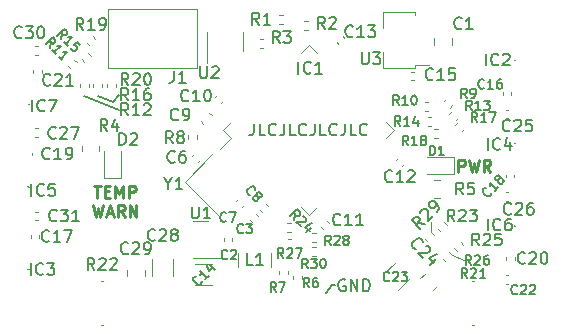
<source format=gbr>
%TF.GenerationSoftware,KiCad,Pcbnew,(6.0.5)*%
%TF.CreationDate,2022-09-09T17:06:15+01:00*%
%TF.ProjectId,ESC,4553432e-6b69-4636-9164-5f7063625858,rev?*%
%TF.SameCoordinates,Original*%
%TF.FileFunction,Legend,Top*%
%TF.FilePolarity,Positive*%
%FSLAX46Y46*%
G04 Gerber Fmt 4.6, Leading zero omitted, Abs format (unit mm)*
G04 Created by KiCad (PCBNEW (6.0.5)) date 2022-09-09 17:06:15*
%MOMM*%
%LPD*%
G01*
G04 APERTURE LIST*
%ADD10C,0.150000*%
%ADD11C,0.120000*%
%ADD12C,0.250000*%
%ADD13C,0.130000*%
%ADD14C,0.100000*%
G04 APERTURE END LIST*
D10*
X172999400Y-115493800D02*
X172491400Y-116154200D01*
X173240700Y-115493800D02*
X173012100Y-115493800D01*
X174117095Y-115044600D02*
X174021857Y-114996980D01*
X173879000Y-114996980D01*
X173736142Y-115044600D01*
X173640904Y-115139838D01*
X173593285Y-115235076D01*
X173545666Y-115425552D01*
X173545666Y-115568409D01*
X173593285Y-115758885D01*
X173640904Y-115854123D01*
X173736142Y-115949361D01*
X173879000Y-115996980D01*
X173974238Y-115996980D01*
X174117095Y-115949361D01*
X174164714Y-115901742D01*
X174164714Y-115568409D01*
X173974238Y-115568409D01*
X174593285Y-115996980D02*
X174593285Y-114996980D01*
X175164714Y-115996980D01*
X175164714Y-114996980D01*
X175640904Y-115996980D02*
X175640904Y-114996980D01*
X175879000Y-114996980D01*
X176021857Y-115044600D01*
X176117095Y-115139838D01*
X176164714Y-115235076D01*
X176212333Y-115425552D01*
X176212333Y-115568409D01*
X176164714Y-115758885D01*
X176117095Y-115854123D01*
X176021857Y-115949361D01*
X175879000Y-115996980D01*
X175640904Y-115996980D01*
D11*
X181414460Y-111027059D02*
X181356000Y-110159800D01*
X184150000Y-113385600D02*
X183130341Y-112946140D01*
D12*
X183705666Y-105887780D02*
X183705666Y-104887780D01*
X184086619Y-104887780D01*
X184181857Y-104935400D01*
X184229476Y-104983019D01*
X184277095Y-105078257D01*
X184277095Y-105221114D01*
X184229476Y-105316352D01*
X184181857Y-105363971D01*
X184086619Y-105411590D01*
X183705666Y-105411590D01*
X184610428Y-104887780D02*
X184848523Y-105887780D01*
X185039000Y-105173495D01*
X185229476Y-105887780D01*
X185467571Y-104887780D01*
X186419952Y-105887780D02*
X186086619Y-105411590D01*
X185848523Y-105887780D02*
X185848523Y-104887780D01*
X186229476Y-104887780D01*
X186324714Y-104935400D01*
X186372333Y-104983019D01*
X186419952Y-105078257D01*
X186419952Y-105221114D01*
X186372333Y-105316352D01*
X186324714Y-105363971D01*
X186229476Y-105411590D01*
X185848523Y-105411590D01*
D10*
X154457400Y-99974400D02*
X153162000Y-99441000D01*
X154940000Y-99390200D02*
X154457400Y-99974400D01*
X154940000Y-100634800D02*
X152044400Y-99491800D01*
D12*
X152851076Y-107079980D02*
X153422504Y-107079980D01*
X153136790Y-108079980D02*
X153136790Y-107079980D01*
X153755838Y-107556171D02*
X154089171Y-107556171D01*
X154232028Y-108079980D02*
X153755838Y-108079980D01*
X153755838Y-107079980D01*
X154232028Y-107079980D01*
X154660600Y-108079980D02*
X154660600Y-107079980D01*
X154993933Y-107794266D01*
X155327266Y-107079980D01*
X155327266Y-108079980D01*
X155803457Y-108079980D02*
X155803457Y-107079980D01*
X156184409Y-107079980D01*
X156279647Y-107127600D01*
X156327266Y-107175219D01*
X156374885Y-107270457D01*
X156374885Y-107413314D01*
X156327266Y-107508552D01*
X156279647Y-107556171D01*
X156184409Y-107603790D01*
X155803457Y-107603790D01*
X152779647Y-108689980D02*
X153017742Y-109689980D01*
X153208219Y-108975695D01*
X153398695Y-109689980D01*
X153636790Y-108689980D01*
X153970123Y-109404266D02*
X154446314Y-109404266D01*
X153874885Y-109689980D02*
X154208219Y-108689980D01*
X154541552Y-109689980D01*
X155446314Y-109689980D02*
X155112980Y-109213790D01*
X154874885Y-109689980D02*
X154874885Y-108689980D01*
X155255838Y-108689980D01*
X155351076Y-108737600D01*
X155398695Y-108785219D01*
X155446314Y-108880457D01*
X155446314Y-109023314D01*
X155398695Y-109118552D01*
X155351076Y-109166171D01*
X155255838Y-109213790D01*
X154874885Y-109213790D01*
X155874885Y-109689980D02*
X155874885Y-108689980D01*
X156446314Y-109689980D01*
X156446314Y-108689980D01*
D10*
X166399152Y-101814380D02*
X166399152Y-102528666D01*
X166351533Y-102671523D01*
X166256295Y-102766761D01*
X166113438Y-102814380D01*
X166018200Y-102814380D01*
X167351533Y-102814380D02*
X166875342Y-102814380D01*
X166875342Y-101814380D01*
X168256295Y-102719142D02*
X168208676Y-102766761D01*
X168065819Y-102814380D01*
X167970580Y-102814380D01*
X167827723Y-102766761D01*
X167732485Y-102671523D01*
X167684866Y-102576285D01*
X167637247Y-102385809D01*
X167637247Y-102242952D01*
X167684866Y-102052476D01*
X167732485Y-101957238D01*
X167827723Y-101862000D01*
X167970580Y-101814380D01*
X168065819Y-101814380D01*
X168208676Y-101862000D01*
X168256295Y-101909619D01*
X168970580Y-101814380D02*
X168970580Y-102528666D01*
X168922961Y-102671523D01*
X168827723Y-102766761D01*
X168684866Y-102814380D01*
X168589628Y-102814380D01*
X169922961Y-102814380D02*
X169446771Y-102814380D01*
X169446771Y-101814380D01*
X170827723Y-102719142D02*
X170780104Y-102766761D01*
X170637247Y-102814380D01*
X170542009Y-102814380D01*
X170399152Y-102766761D01*
X170303914Y-102671523D01*
X170256295Y-102576285D01*
X170208676Y-102385809D01*
X170208676Y-102242952D01*
X170256295Y-102052476D01*
X170303914Y-101957238D01*
X170399152Y-101862000D01*
X170542009Y-101814380D01*
X170637247Y-101814380D01*
X170780104Y-101862000D01*
X170827723Y-101909619D01*
X171542009Y-101814380D02*
X171542009Y-102528666D01*
X171494390Y-102671523D01*
X171399152Y-102766761D01*
X171256295Y-102814380D01*
X171161057Y-102814380D01*
X172494390Y-102814380D02*
X172018200Y-102814380D01*
X172018200Y-101814380D01*
X173399152Y-102719142D02*
X173351533Y-102766761D01*
X173208676Y-102814380D01*
X173113438Y-102814380D01*
X172970580Y-102766761D01*
X172875342Y-102671523D01*
X172827723Y-102576285D01*
X172780104Y-102385809D01*
X172780104Y-102242952D01*
X172827723Y-102052476D01*
X172875342Y-101957238D01*
X172970580Y-101862000D01*
X173113438Y-101814380D01*
X173208676Y-101814380D01*
X173351533Y-101862000D01*
X173399152Y-101909619D01*
X174113438Y-101814380D02*
X174113438Y-102528666D01*
X174065819Y-102671523D01*
X173970580Y-102766761D01*
X173827723Y-102814380D01*
X173732485Y-102814380D01*
X175065819Y-102814380D02*
X174589628Y-102814380D01*
X174589628Y-101814380D01*
X175970580Y-102719142D02*
X175922961Y-102766761D01*
X175780104Y-102814380D01*
X175684866Y-102814380D01*
X175542009Y-102766761D01*
X175446771Y-102671523D01*
X175399152Y-102576285D01*
X175351533Y-102385809D01*
X175351533Y-102242952D01*
X175399152Y-102052476D01*
X175446771Y-101957238D01*
X175542009Y-101862000D01*
X175684866Y-101814380D01*
X175780104Y-101814380D01*
X175922961Y-101862000D01*
X175970580Y-101909619D01*
%TO.C,C21*%
X149166342Y-98502742D02*
X149118723Y-98550361D01*
X148975866Y-98597980D01*
X148880628Y-98597980D01*
X148737771Y-98550361D01*
X148642533Y-98455123D01*
X148594914Y-98359885D01*
X148547295Y-98169409D01*
X148547295Y-98026552D01*
X148594914Y-97836076D01*
X148642533Y-97740838D01*
X148737771Y-97645600D01*
X148880628Y-97597980D01*
X148975866Y-97597980D01*
X149118723Y-97645600D01*
X149166342Y-97693219D01*
X149547295Y-97693219D02*
X149594914Y-97645600D01*
X149690152Y-97597980D01*
X149928247Y-97597980D01*
X150023485Y-97645600D01*
X150071104Y-97693219D01*
X150118723Y-97788457D01*
X150118723Y-97883695D01*
X150071104Y-98026552D01*
X149499676Y-98597980D01*
X150118723Y-98597980D01*
X151071104Y-98597980D02*
X150499676Y-98597980D01*
X150785390Y-98597980D02*
X150785390Y-97597980D01*
X150690152Y-97740838D01*
X150594914Y-97836076D01*
X150499676Y-97883695D01*
%TO.C,C20*%
X189349142Y-113590342D02*
X189301523Y-113637961D01*
X189158666Y-113685580D01*
X189063428Y-113685580D01*
X188920571Y-113637961D01*
X188825333Y-113542723D01*
X188777714Y-113447485D01*
X188730095Y-113257009D01*
X188730095Y-113114152D01*
X188777714Y-112923676D01*
X188825333Y-112828438D01*
X188920571Y-112733200D01*
X189063428Y-112685580D01*
X189158666Y-112685580D01*
X189301523Y-112733200D01*
X189349142Y-112780819D01*
X189730095Y-112780819D02*
X189777714Y-112733200D01*
X189872952Y-112685580D01*
X190111047Y-112685580D01*
X190206285Y-112733200D01*
X190253904Y-112780819D01*
X190301523Y-112876057D01*
X190301523Y-112971295D01*
X190253904Y-113114152D01*
X189682476Y-113685580D01*
X190301523Y-113685580D01*
X190920571Y-112685580D02*
X191015809Y-112685580D01*
X191111047Y-112733200D01*
X191158666Y-112780819D01*
X191206285Y-112876057D01*
X191253904Y-113066533D01*
X191253904Y-113304628D01*
X191206285Y-113495104D01*
X191158666Y-113590342D01*
X191111047Y-113637961D01*
X191015809Y-113685580D01*
X190920571Y-113685580D01*
X190825333Y-113637961D01*
X190777714Y-113590342D01*
X190730095Y-113495104D01*
X190682476Y-113304628D01*
X190682476Y-113066533D01*
X190730095Y-112876057D01*
X190777714Y-112780819D01*
X190825333Y-112733200D01*
X190920571Y-112685580D01*
%TO.C,C19*%
X149115542Y-104751142D02*
X149067923Y-104798761D01*
X148925066Y-104846380D01*
X148829828Y-104846380D01*
X148686971Y-104798761D01*
X148591733Y-104703523D01*
X148544114Y-104608285D01*
X148496495Y-104417809D01*
X148496495Y-104274952D01*
X148544114Y-104084476D01*
X148591733Y-103989238D01*
X148686971Y-103894000D01*
X148829828Y-103846380D01*
X148925066Y-103846380D01*
X149067923Y-103894000D01*
X149115542Y-103941619D01*
X150067923Y-104846380D02*
X149496495Y-104846380D01*
X149782209Y-104846380D02*
X149782209Y-103846380D01*
X149686971Y-103989238D01*
X149591733Y-104084476D01*
X149496495Y-104132095D01*
X150544114Y-104846380D02*
X150734590Y-104846380D01*
X150829828Y-104798761D01*
X150877447Y-104751142D01*
X150972685Y-104608285D01*
X151020304Y-104417809D01*
X151020304Y-104036857D01*
X150972685Y-103941619D01*
X150925066Y-103894000D01*
X150829828Y-103846380D01*
X150639352Y-103846380D01*
X150544114Y-103894000D01*
X150496495Y-103941619D01*
X150448876Y-104036857D01*
X150448876Y-104274952D01*
X150496495Y-104370190D01*
X150544114Y-104417809D01*
X150639352Y-104465428D01*
X150829828Y-104465428D01*
X150925066Y-104417809D01*
X150972685Y-104370190D01*
X151020304Y-104274952D01*
D13*
%TO.C,C18*%
X186502975Y-107702885D02*
X186502975Y-107756760D01*
X186449100Y-107864509D01*
X186395225Y-107918384D01*
X186287476Y-107972259D01*
X186179726Y-107972259D01*
X186098914Y-107945322D01*
X185964227Y-107864509D01*
X185883415Y-107783697D01*
X185802603Y-107649010D01*
X185775665Y-107568198D01*
X185775665Y-107460448D01*
X185829540Y-107352699D01*
X185883415Y-107298824D01*
X185991164Y-107244949D01*
X186045039Y-107244949D01*
X187095598Y-107218012D02*
X186772349Y-107541261D01*
X186933974Y-107379636D02*
X186368288Y-106813951D01*
X186395225Y-106948638D01*
X186395225Y-107056387D01*
X186368288Y-107137200D01*
X187095598Y-106571514D02*
X187014786Y-106598451D01*
X186960911Y-106598451D01*
X186880099Y-106571514D01*
X186853161Y-106544577D01*
X186826224Y-106463764D01*
X186826224Y-106409890D01*
X186853161Y-106329077D01*
X186960911Y-106221328D01*
X187041723Y-106194390D01*
X187095598Y-106194390D01*
X187176410Y-106221328D01*
X187203348Y-106248265D01*
X187230285Y-106329077D01*
X187230285Y-106382952D01*
X187203348Y-106463764D01*
X187095598Y-106571514D01*
X187068661Y-106652326D01*
X187068661Y-106706201D01*
X187095598Y-106787013D01*
X187203348Y-106894763D01*
X187284160Y-106921700D01*
X187338035Y-106921700D01*
X187418847Y-106894763D01*
X187526596Y-106787013D01*
X187553534Y-106706201D01*
X187553534Y-106652326D01*
X187526596Y-106571514D01*
X187418847Y-106463764D01*
X187338035Y-106436827D01*
X187284160Y-106436827D01*
X187203348Y-106463764D01*
D10*
%TO.C,C17*%
X149064742Y-111736142D02*
X149017123Y-111783761D01*
X148874266Y-111831380D01*
X148779028Y-111831380D01*
X148636171Y-111783761D01*
X148540933Y-111688523D01*
X148493314Y-111593285D01*
X148445695Y-111402809D01*
X148445695Y-111259952D01*
X148493314Y-111069476D01*
X148540933Y-110974238D01*
X148636171Y-110879000D01*
X148779028Y-110831380D01*
X148874266Y-110831380D01*
X149017123Y-110879000D01*
X149064742Y-110926619D01*
X150017123Y-111831380D02*
X149445695Y-111831380D01*
X149731409Y-111831380D02*
X149731409Y-110831380D01*
X149636171Y-110974238D01*
X149540933Y-111069476D01*
X149445695Y-111117095D01*
X150350457Y-110831380D02*
X151017123Y-110831380D01*
X150588552Y-111831380D01*
D13*
%TO.C,C16*%
X185896314Y-98786914D02*
X185858219Y-98825009D01*
X185743933Y-98863104D01*
X185667742Y-98863104D01*
X185553457Y-98825009D01*
X185477266Y-98748819D01*
X185439171Y-98672628D01*
X185401076Y-98520247D01*
X185401076Y-98405961D01*
X185439171Y-98253580D01*
X185477266Y-98177390D01*
X185553457Y-98101200D01*
X185667742Y-98063104D01*
X185743933Y-98063104D01*
X185858219Y-98101200D01*
X185896314Y-98139295D01*
X186658219Y-98863104D02*
X186201076Y-98863104D01*
X186429647Y-98863104D02*
X186429647Y-98063104D01*
X186353457Y-98177390D01*
X186277266Y-98253580D01*
X186201076Y-98291676D01*
X187343933Y-98063104D02*
X187191552Y-98063104D01*
X187115361Y-98101200D01*
X187077266Y-98139295D01*
X187001076Y-98253580D01*
X186962980Y-98405961D01*
X186962980Y-98710723D01*
X187001076Y-98786914D01*
X187039171Y-98825009D01*
X187115361Y-98863104D01*
X187267742Y-98863104D01*
X187343933Y-98825009D01*
X187382028Y-98786914D01*
X187420123Y-98710723D01*
X187420123Y-98520247D01*
X187382028Y-98444057D01*
X187343933Y-98405961D01*
X187267742Y-98367866D01*
X187115361Y-98367866D01*
X187039171Y-98405961D01*
X187001076Y-98444057D01*
X186962980Y-98520247D01*
D10*
%TO.C,R22*%
X152900142Y-114193580D02*
X152566809Y-113717390D01*
X152328714Y-114193580D02*
X152328714Y-113193580D01*
X152709666Y-113193580D01*
X152804904Y-113241200D01*
X152852523Y-113288819D01*
X152900142Y-113384057D01*
X152900142Y-113526914D01*
X152852523Y-113622152D01*
X152804904Y-113669771D01*
X152709666Y-113717390D01*
X152328714Y-113717390D01*
X153281095Y-113288819D02*
X153328714Y-113241200D01*
X153423952Y-113193580D01*
X153662047Y-113193580D01*
X153757285Y-113241200D01*
X153804904Y-113288819D01*
X153852523Y-113384057D01*
X153852523Y-113479295D01*
X153804904Y-113622152D01*
X153233476Y-114193580D01*
X153852523Y-114193580D01*
X154233476Y-113288819D02*
X154281095Y-113241200D01*
X154376333Y-113193580D01*
X154614428Y-113193580D01*
X154709666Y-113241200D01*
X154757285Y-113288819D01*
X154804904Y-113384057D01*
X154804904Y-113479295D01*
X154757285Y-113622152D01*
X154185857Y-114193580D01*
X154804904Y-114193580D01*
D13*
%TO.C,R21*%
X184473914Y-114865104D02*
X184207247Y-114484152D01*
X184016771Y-114865104D02*
X184016771Y-114065104D01*
X184321533Y-114065104D01*
X184397723Y-114103200D01*
X184435819Y-114141295D01*
X184473914Y-114217485D01*
X184473914Y-114331771D01*
X184435819Y-114407961D01*
X184397723Y-114446057D01*
X184321533Y-114484152D01*
X184016771Y-114484152D01*
X184778676Y-114141295D02*
X184816771Y-114103200D01*
X184892961Y-114065104D01*
X185083438Y-114065104D01*
X185159628Y-114103200D01*
X185197723Y-114141295D01*
X185235819Y-114217485D01*
X185235819Y-114293676D01*
X185197723Y-114407961D01*
X184740580Y-114865104D01*
X185235819Y-114865104D01*
X185997723Y-114865104D02*
X185540580Y-114865104D01*
X185769152Y-114865104D02*
X185769152Y-114065104D01*
X185692961Y-114179390D01*
X185616771Y-114255580D01*
X185540580Y-114293676D01*
D10*
%TO.C,J1*%
X159610466Y-97369380D02*
X159610466Y-98083666D01*
X159562847Y-98226523D01*
X159467609Y-98321761D01*
X159324752Y-98369380D01*
X159229514Y-98369380D01*
X160610466Y-98369380D02*
X160039038Y-98369380D01*
X160324752Y-98369380D02*
X160324752Y-97369380D01*
X160229514Y-97512238D01*
X160134276Y-97607476D01*
X160039038Y-97655095D01*
D13*
%TO.C,R11*%
X149113439Y-95396250D02*
X149194251Y-94938314D01*
X148790190Y-95073001D02*
X149355876Y-94507316D01*
X149571375Y-94722815D01*
X149598312Y-94803627D01*
X149598312Y-94857502D01*
X149571375Y-94938314D01*
X149490563Y-95019126D01*
X149409751Y-95046064D01*
X149355876Y-95046064D01*
X149275064Y-95019126D01*
X149059564Y-94803627D01*
X149652187Y-95934998D02*
X149328938Y-95611749D01*
X149490563Y-95773374D02*
X150056248Y-95207688D01*
X149921561Y-95234625D01*
X149813812Y-95234625D01*
X149733000Y-95207688D01*
X150190935Y-96473746D02*
X149867687Y-96150497D01*
X150029311Y-96312122D02*
X150594996Y-95746436D01*
X150460309Y-95773374D01*
X150352560Y-95773374D01*
X150271748Y-95746436D01*
D10*
%TO.C,C24*%
X180115493Y-112446969D02*
X180048149Y-112446969D01*
X179913462Y-112379625D01*
X179846119Y-112312282D01*
X179778775Y-112177595D01*
X179778775Y-112042908D01*
X179812447Y-111941893D01*
X179913462Y-111773534D01*
X180014477Y-111672519D01*
X180182836Y-111571503D01*
X180283851Y-111537832D01*
X180418538Y-111537832D01*
X180553225Y-111605175D01*
X180620569Y-111672519D01*
X180687912Y-111807206D01*
X180687912Y-111874549D01*
X180957287Y-112143923D02*
X181024630Y-112143923D01*
X181125645Y-112177595D01*
X181294004Y-112345954D01*
X181327676Y-112446969D01*
X181327676Y-112514312D01*
X181294004Y-112615328D01*
X181226661Y-112682671D01*
X181091974Y-112750015D01*
X180283851Y-112750015D01*
X180721584Y-113187748D01*
X181799080Y-113322435D02*
X181327676Y-113793839D01*
X181900096Y-112884702D02*
X181226661Y-113221419D01*
X181664393Y-113659152D01*
D13*
%TO.C,R7*%
X168268666Y-116058904D02*
X168002000Y-115677952D01*
X167811523Y-116058904D02*
X167811523Y-115258904D01*
X168116285Y-115258904D01*
X168192476Y-115297000D01*
X168230571Y-115335095D01*
X168268666Y-115411285D01*
X168268666Y-115525571D01*
X168230571Y-115601761D01*
X168192476Y-115639857D01*
X168116285Y-115677952D01*
X167811523Y-115677952D01*
X168535333Y-115258904D02*
X169068666Y-115258904D01*
X168725809Y-116058904D01*
%TO.C,C23*%
X177869914Y-115093714D02*
X177831819Y-115131809D01*
X177717533Y-115169904D01*
X177641342Y-115169904D01*
X177527057Y-115131809D01*
X177450866Y-115055619D01*
X177412771Y-114979428D01*
X177374676Y-114827047D01*
X177374676Y-114712761D01*
X177412771Y-114560380D01*
X177450866Y-114484190D01*
X177527057Y-114408000D01*
X177641342Y-114369904D01*
X177717533Y-114369904D01*
X177831819Y-114408000D01*
X177869914Y-114446095D01*
X178174676Y-114446095D02*
X178212771Y-114408000D01*
X178288961Y-114369904D01*
X178479438Y-114369904D01*
X178555628Y-114408000D01*
X178593723Y-114446095D01*
X178631819Y-114522285D01*
X178631819Y-114598476D01*
X178593723Y-114712761D01*
X178136580Y-115169904D01*
X178631819Y-115169904D01*
X178898485Y-114369904D02*
X179393723Y-114369904D01*
X179127057Y-114674666D01*
X179241342Y-114674666D01*
X179317533Y-114712761D01*
X179355628Y-114750857D01*
X179393723Y-114827047D01*
X179393723Y-115017523D01*
X179355628Y-115093714D01*
X179317533Y-115131809D01*
X179241342Y-115169904D01*
X179012771Y-115169904D01*
X178936580Y-115131809D01*
X178898485Y-115093714D01*
%TO.C,R27*%
X168903714Y-113188704D02*
X168637047Y-112807752D01*
X168446571Y-113188704D02*
X168446571Y-112388704D01*
X168751333Y-112388704D01*
X168827523Y-112426800D01*
X168865619Y-112464895D01*
X168903714Y-112541085D01*
X168903714Y-112655371D01*
X168865619Y-112731561D01*
X168827523Y-112769657D01*
X168751333Y-112807752D01*
X168446571Y-112807752D01*
X169208476Y-112464895D02*
X169246571Y-112426800D01*
X169322761Y-112388704D01*
X169513238Y-112388704D01*
X169589428Y-112426800D01*
X169627523Y-112464895D01*
X169665619Y-112541085D01*
X169665619Y-112617276D01*
X169627523Y-112731561D01*
X169170380Y-113188704D01*
X169665619Y-113188704D01*
X169932285Y-112388704D02*
X170465619Y-112388704D01*
X170122761Y-113188704D01*
D10*
%TO.C,C11*%
X173728142Y-110339142D02*
X173680523Y-110386761D01*
X173537666Y-110434380D01*
X173442428Y-110434380D01*
X173299571Y-110386761D01*
X173204333Y-110291523D01*
X173156714Y-110196285D01*
X173109095Y-110005809D01*
X173109095Y-109862952D01*
X173156714Y-109672476D01*
X173204333Y-109577238D01*
X173299571Y-109482000D01*
X173442428Y-109434380D01*
X173537666Y-109434380D01*
X173680523Y-109482000D01*
X173728142Y-109529619D01*
X174680523Y-110434380D02*
X174109095Y-110434380D01*
X174394809Y-110434380D02*
X174394809Y-109434380D01*
X174299571Y-109577238D01*
X174204333Y-109672476D01*
X174109095Y-109720095D01*
X175632904Y-110434380D02*
X175061476Y-110434380D01*
X175347190Y-110434380D02*
X175347190Y-109434380D01*
X175251952Y-109577238D01*
X175156714Y-109672476D01*
X175061476Y-109720095D01*
%TO.C,C27*%
X149623542Y-102998542D02*
X149575923Y-103046161D01*
X149433066Y-103093780D01*
X149337828Y-103093780D01*
X149194971Y-103046161D01*
X149099733Y-102950923D01*
X149052114Y-102855685D01*
X149004495Y-102665209D01*
X149004495Y-102522352D01*
X149052114Y-102331876D01*
X149099733Y-102236638D01*
X149194971Y-102141400D01*
X149337828Y-102093780D01*
X149433066Y-102093780D01*
X149575923Y-102141400D01*
X149623542Y-102189019D01*
X150004495Y-102189019D02*
X150052114Y-102141400D01*
X150147352Y-102093780D01*
X150385447Y-102093780D01*
X150480685Y-102141400D01*
X150528304Y-102189019D01*
X150575923Y-102284257D01*
X150575923Y-102379495D01*
X150528304Y-102522352D01*
X149956876Y-103093780D01*
X150575923Y-103093780D01*
X150909257Y-102093780D02*
X151575923Y-102093780D01*
X151147352Y-103093780D01*
%TO.C,R16*%
X155744942Y-99842580D02*
X155411609Y-99366390D01*
X155173514Y-99842580D02*
X155173514Y-98842580D01*
X155554466Y-98842580D01*
X155649704Y-98890200D01*
X155697323Y-98937819D01*
X155744942Y-99033057D01*
X155744942Y-99175914D01*
X155697323Y-99271152D01*
X155649704Y-99318771D01*
X155554466Y-99366390D01*
X155173514Y-99366390D01*
X156697323Y-99842580D02*
X156125895Y-99842580D01*
X156411609Y-99842580D02*
X156411609Y-98842580D01*
X156316371Y-98985438D01*
X156221133Y-99080676D01*
X156125895Y-99128295D01*
X157554466Y-98842580D02*
X157363990Y-98842580D01*
X157268752Y-98890200D01*
X157221133Y-98937819D01*
X157125895Y-99080676D01*
X157078276Y-99271152D01*
X157078276Y-99652104D01*
X157125895Y-99747342D01*
X157173514Y-99794961D01*
X157268752Y-99842580D01*
X157459228Y-99842580D01*
X157554466Y-99794961D01*
X157602085Y-99747342D01*
X157649704Y-99652104D01*
X157649704Y-99414009D01*
X157602085Y-99318771D01*
X157554466Y-99271152D01*
X157459228Y-99223533D01*
X157268752Y-99223533D01*
X157173514Y-99271152D01*
X157125895Y-99318771D01*
X157078276Y-99414009D01*
D13*
%TO.C,C22*%
X188690314Y-116185914D02*
X188652219Y-116224009D01*
X188537933Y-116262104D01*
X188461742Y-116262104D01*
X188347457Y-116224009D01*
X188271266Y-116147819D01*
X188233171Y-116071628D01*
X188195076Y-115919247D01*
X188195076Y-115804961D01*
X188233171Y-115652580D01*
X188271266Y-115576390D01*
X188347457Y-115500200D01*
X188461742Y-115462104D01*
X188537933Y-115462104D01*
X188652219Y-115500200D01*
X188690314Y-115538295D01*
X188995076Y-115538295D02*
X189033171Y-115500200D01*
X189109361Y-115462104D01*
X189299838Y-115462104D01*
X189376028Y-115500200D01*
X189414123Y-115538295D01*
X189452219Y-115614485D01*
X189452219Y-115690676D01*
X189414123Y-115804961D01*
X188956980Y-116262104D01*
X189452219Y-116262104D01*
X189756980Y-115538295D02*
X189795076Y-115500200D01*
X189871266Y-115462104D01*
X190061742Y-115462104D01*
X190137933Y-115500200D01*
X190176028Y-115538295D01*
X190214123Y-115614485D01*
X190214123Y-115690676D01*
X190176028Y-115804961D01*
X189718885Y-116262104D01*
X190214123Y-116262104D01*
%TO.C,C14*%
X161991975Y-115170485D02*
X161991975Y-115224360D01*
X161938100Y-115332109D01*
X161884225Y-115385984D01*
X161776476Y-115439859D01*
X161668726Y-115439859D01*
X161587914Y-115412922D01*
X161453227Y-115332109D01*
X161372415Y-115251297D01*
X161291603Y-115116610D01*
X161264665Y-115035798D01*
X161264665Y-114928048D01*
X161318540Y-114820299D01*
X161372415Y-114766424D01*
X161480164Y-114712549D01*
X161534039Y-114712549D01*
X162584598Y-114685612D02*
X162261349Y-115008861D01*
X162422974Y-114847236D02*
X161857288Y-114281551D01*
X161884225Y-114416238D01*
X161884225Y-114523987D01*
X161857288Y-114604800D01*
X162692348Y-113823615D02*
X163069471Y-114200738D01*
X162342161Y-113742803D02*
X162611535Y-114281551D01*
X162961722Y-113931364D01*
%TO.C,R14*%
X178809714Y-102012704D02*
X178543047Y-101631752D01*
X178352571Y-102012704D02*
X178352571Y-101212704D01*
X178657333Y-101212704D01*
X178733523Y-101250800D01*
X178771619Y-101288895D01*
X178809714Y-101365085D01*
X178809714Y-101479371D01*
X178771619Y-101555561D01*
X178733523Y-101593657D01*
X178657333Y-101631752D01*
X178352571Y-101631752D01*
X179571619Y-102012704D02*
X179114476Y-102012704D01*
X179343047Y-102012704D02*
X179343047Y-101212704D01*
X179266857Y-101326990D01*
X179190666Y-101403180D01*
X179114476Y-101441276D01*
X180257333Y-101479371D02*
X180257333Y-102012704D01*
X180066857Y-101174609D02*
X179876380Y-101746038D01*
X180371619Y-101746038D01*
D10*
%TO.C,R8*%
X159523133Y-103474780D02*
X159189800Y-102998590D01*
X158951704Y-103474780D02*
X158951704Y-102474780D01*
X159332657Y-102474780D01*
X159427895Y-102522400D01*
X159475514Y-102570019D01*
X159523133Y-102665257D01*
X159523133Y-102808114D01*
X159475514Y-102903352D01*
X159427895Y-102950971D01*
X159332657Y-102998590D01*
X158951704Y-102998590D01*
X160094561Y-102903352D02*
X159999323Y-102855733D01*
X159951704Y-102808114D01*
X159904085Y-102712876D01*
X159904085Y-102665257D01*
X159951704Y-102570019D01*
X159999323Y-102522400D01*
X160094561Y-102474780D01*
X160285038Y-102474780D01*
X160380276Y-102522400D01*
X160427895Y-102570019D01*
X160475514Y-102665257D01*
X160475514Y-102712876D01*
X160427895Y-102808114D01*
X160380276Y-102855733D01*
X160285038Y-102903352D01*
X160094561Y-102903352D01*
X159999323Y-102950971D01*
X159951704Y-102998590D01*
X159904085Y-103093828D01*
X159904085Y-103284304D01*
X159951704Y-103379542D01*
X159999323Y-103427161D01*
X160094561Y-103474780D01*
X160285038Y-103474780D01*
X160380276Y-103427161D01*
X160427895Y-103379542D01*
X160475514Y-103284304D01*
X160475514Y-103093828D01*
X160427895Y-102998590D01*
X160380276Y-102950971D01*
X160285038Y-102903352D01*
%TO.C,C29*%
X155744942Y-112777542D02*
X155697323Y-112825161D01*
X155554466Y-112872780D01*
X155459228Y-112872780D01*
X155316371Y-112825161D01*
X155221133Y-112729923D01*
X155173514Y-112634685D01*
X155125895Y-112444209D01*
X155125895Y-112301352D01*
X155173514Y-112110876D01*
X155221133Y-112015638D01*
X155316371Y-111920400D01*
X155459228Y-111872780D01*
X155554466Y-111872780D01*
X155697323Y-111920400D01*
X155744942Y-111968019D01*
X156125895Y-111968019D02*
X156173514Y-111920400D01*
X156268752Y-111872780D01*
X156506847Y-111872780D01*
X156602085Y-111920400D01*
X156649704Y-111968019D01*
X156697323Y-112063257D01*
X156697323Y-112158495D01*
X156649704Y-112301352D01*
X156078276Y-112872780D01*
X156697323Y-112872780D01*
X157173514Y-112872780D02*
X157363990Y-112872780D01*
X157459228Y-112825161D01*
X157506847Y-112777542D01*
X157602085Y-112634685D01*
X157649704Y-112444209D01*
X157649704Y-112063257D01*
X157602085Y-111968019D01*
X157554466Y-111920400D01*
X157459228Y-111872780D01*
X157268752Y-111872780D01*
X157173514Y-111920400D01*
X157125895Y-111968019D01*
X157078276Y-112063257D01*
X157078276Y-112301352D01*
X157125895Y-112396590D01*
X157173514Y-112444209D01*
X157268752Y-112491828D01*
X157459228Y-112491828D01*
X157554466Y-112444209D01*
X157602085Y-112396590D01*
X157649704Y-112301352D01*
D13*
%TO.C,R17*%
X185312114Y-101657104D02*
X185045447Y-101276152D01*
X184854971Y-101657104D02*
X184854971Y-100857104D01*
X185159733Y-100857104D01*
X185235923Y-100895200D01*
X185274019Y-100933295D01*
X185312114Y-101009485D01*
X185312114Y-101123771D01*
X185274019Y-101199961D01*
X185235923Y-101238057D01*
X185159733Y-101276152D01*
X184854971Y-101276152D01*
X186074019Y-101657104D02*
X185616876Y-101657104D01*
X185845447Y-101657104D02*
X185845447Y-100857104D01*
X185769257Y-100971390D01*
X185693066Y-101047580D01*
X185616876Y-101085676D01*
X186340685Y-100857104D02*
X186874019Y-100857104D01*
X186531161Y-101657104D01*
%TO.C,R26*%
X184804114Y-113747504D02*
X184537447Y-113366552D01*
X184346971Y-113747504D02*
X184346971Y-112947504D01*
X184651733Y-112947504D01*
X184727923Y-112985600D01*
X184766019Y-113023695D01*
X184804114Y-113099885D01*
X184804114Y-113214171D01*
X184766019Y-113290361D01*
X184727923Y-113328457D01*
X184651733Y-113366552D01*
X184346971Y-113366552D01*
X185108876Y-113023695D02*
X185146971Y-112985600D01*
X185223161Y-112947504D01*
X185413638Y-112947504D01*
X185489828Y-112985600D01*
X185527923Y-113023695D01*
X185566019Y-113099885D01*
X185566019Y-113176076D01*
X185527923Y-113290361D01*
X185070780Y-113747504D01*
X185566019Y-113747504D01*
X186251733Y-112947504D02*
X186099352Y-112947504D01*
X186023161Y-112985600D01*
X185985066Y-113023695D01*
X185908876Y-113137980D01*
X185870780Y-113290361D01*
X185870780Y-113595123D01*
X185908876Y-113671314D01*
X185946971Y-113709409D01*
X186023161Y-113747504D01*
X186175542Y-113747504D01*
X186251733Y-113709409D01*
X186289828Y-113671314D01*
X186327923Y-113595123D01*
X186327923Y-113404647D01*
X186289828Y-113328457D01*
X186251733Y-113290361D01*
X186175542Y-113252266D01*
X186023161Y-113252266D01*
X185946971Y-113290361D01*
X185908876Y-113328457D01*
X185870780Y-113404647D01*
%TO.C,R18*%
X179444714Y-103638304D02*
X179178047Y-103257352D01*
X178987571Y-103638304D02*
X178987571Y-102838304D01*
X179292333Y-102838304D01*
X179368523Y-102876400D01*
X179406619Y-102914495D01*
X179444714Y-102990685D01*
X179444714Y-103104971D01*
X179406619Y-103181161D01*
X179368523Y-103219257D01*
X179292333Y-103257352D01*
X178987571Y-103257352D01*
X180206619Y-103638304D02*
X179749476Y-103638304D01*
X179978047Y-103638304D02*
X179978047Y-102838304D01*
X179901857Y-102952590D01*
X179825666Y-103028780D01*
X179749476Y-103066876D01*
X180663761Y-103181161D02*
X180587571Y-103143066D01*
X180549476Y-103104971D01*
X180511380Y-103028780D01*
X180511380Y-102990685D01*
X180549476Y-102914495D01*
X180587571Y-102876400D01*
X180663761Y-102838304D01*
X180816142Y-102838304D01*
X180892333Y-102876400D01*
X180930428Y-102914495D01*
X180968523Y-102990685D01*
X180968523Y-103028780D01*
X180930428Y-103104971D01*
X180892333Y-103143066D01*
X180816142Y-103181161D01*
X180663761Y-103181161D01*
X180587571Y-103219257D01*
X180549476Y-103257352D01*
X180511380Y-103333542D01*
X180511380Y-103485923D01*
X180549476Y-103562114D01*
X180587571Y-103600209D01*
X180663761Y-103638304D01*
X180816142Y-103638304D01*
X180892333Y-103600209D01*
X180930428Y-103562114D01*
X180968523Y-103485923D01*
X180968523Y-103333542D01*
X180930428Y-103257352D01*
X180892333Y-103219257D01*
X180816142Y-103181161D01*
D10*
%TO.C,C13*%
X174769542Y-94413342D02*
X174721923Y-94460961D01*
X174579066Y-94508580D01*
X174483828Y-94508580D01*
X174340971Y-94460961D01*
X174245733Y-94365723D01*
X174198114Y-94270485D01*
X174150495Y-94080009D01*
X174150495Y-93937152D01*
X174198114Y-93746676D01*
X174245733Y-93651438D01*
X174340971Y-93556200D01*
X174483828Y-93508580D01*
X174579066Y-93508580D01*
X174721923Y-93556200D01*
X174769542Y-93603819D01*
X175721923Y-94508580D02*
X175150495Y-94508580D01*
X175436209Y-94508580D02*
X175436209Y-93508580D01*
X175340971Y-93651438D01*
X175245733Y-93746676D01*
X175150495Y-93794295D01*
X176055257Y-93508580D02*
X176674304Y-93508580D01*
X176340971Y-93889533D01*
X176483828Y-93889533D01*
X176579066Y-93937152D01*
X176626685Y-93984771D01*
X176674304Y-94080009D01*
X176674304Y-94318104D01*
X176626685Y-94413342D01*
X176579066Y-94460961D01*
X176483828Y-94508580D01*
X176198114Y-94508580D01*
X176102876Y-94460961D01*
X176055257Y-94413342D01*
%TO.C,IC7*%
X147639209Y-100782380D02*
X147639209Y-99782380D01*
X148686828Y-100687142D02*
X148639209Y-100734761D01*
X148496352Y-100782380D01*
X148401114Y-100782380D01*
X148258257Y-100734761D01*
X148163019Y-100639523D01*
X148115400Y-100544285D01*
X148067780Y-100353809D01*
X148067780Y-100210952D01*
X148115400Y-100020476D01*
X148163019Y-99925238D01*
X148258257Y-99830000D01*
X148401114Y-99782380D01*
X148496352Y-99782380D01*
X148639209Y-99830000D01*
X148686828Y-99877619D01*
X149020161Y-99782380D02*
X149686828Y-99782380D01*
X149258257Y-100782380D01*
%TO.C,IC5*%
X147563009Y-107919780D02*
X147563009Y-106919780D01*
X148610628Y-107824542D02*
X148563009Y-107872161D01*
X148420152Y-107919780D01*
X148324914Y-107919780D01*
X148182057Y-107872161D01*
X148086819Y-107776923D01*
X148039200Y-107681685D01*
X147991580Y-107491209D01*
X147991580Y-107348352D01*
X148039200Y-107157876D01*
X148086819Y-107062638D01*
X148182057Y-106967400D01*
X148324914Y-106919780D01*
X148420152Y-106919780D01*
X148563009Y-106967400D01*
X148610628Y-107015019D01*
X149515390Y-106919780D02*
X149039200Y-106919780D01*
X148991580Y-107395971D01*
X149039200Y-107348352D01*
X149134438Y-107300733D01*
X149372533Y-107300733D01*
X149467771Y-107348352D01*
X149515390Y-107395971D01*
X149563009Y-107491209D01*
X149563009Y-107729304D01*
X149515390Y-107824542D01*
X149467771Y-107872161D01*
X149372533Y-107919780D01*
X149134438Y-107919780D01*
X149039200Y-107872161D01*
X148991580Y-107824542D01*
D13*
%TO.C,R24*%
X169814439Y-109975850D02*
X169895251Y-109517914D01*
X169491190Y-109652601D02*
X170056876Y-109086916D01*
X170272375Y-109302415D01*
X170299312Y-109383227D01*
X170299312Y-109437102D01*
X170272375Y-109517914D01*
X170191563Y-109598726D01*
X170110751Y-109625664D01*
X170056876Y-109625664D01*
X169976064Y-109598726D01*
X169760564Y-109383227D01*
X170541749Y-109679538D02*
X170595624Y-109679538D01*
X170676436Y-109706476D01*
X170811123Y-109841163D01*
X170838061Y-109921975D01*
X170838061Y-109975850D01*
X170811123Y-110056662D01*
X170757248Y-110110537D01*
X170649499Y-110164412D01*
X170003001Y-110164412D01*
X170353187Y-110514598D01*
X171215184Y-110622348D02*
X170838061Y-110999471D01*
X171295996Y-110272161D02*
X170757248Y-110541535D01*
X171107435Y-110891722D01*
D10*
%TO.C,C15*%
X181551342Y-98045542D02*
X181503723Y-98093161D01*
X181360866Y-98140780D01*
X181265628Y-98140780D01*
X181122771Y-98093161D01*
X181027533Y-97997923D01*
X180979914Y-97902685D01*
X180932295Y-97712209D01*
X180932295Y-97569352D01*
X180979914Y-97378876D01*
X181027533Y-97283638D01*
X181122771Y-97188400D01*
X181265628Y-97140780D01*
X181360866Y-97140780D01*
X181503723Y-97188400D01*
X181551342Y-97236019D01*
X182503723Y-98140780D02*
X181932295Y-98140780D01*
X182218009Y-98140780D02*
X182218009Y-97140780D01*
X182122771Y-97283638D01*
X182027533Y-97378876D01*
X181932295Y-97426495D01*
X183408485Y-97140780D02*
X182932295Y-97140780D01*
X182884676Y-97616971D01*
X182932295Y-97569352D01*
X183027533Y-97521733D01*
X183265628Y-97521733D01*
X183360866Y-97569352D01*
X183408485Y-97616971D01*
X183456104Y-97712209D01*
X183456104Y-97950304D01*
X183408485Y-98045542D01*
X183360866Y-98093161D01*
X183265628Y-98140780D01*
X183027533Y-98140780D01*
X182932295Y-98093161D01*
X182884676Y-98045542D01*
%TO.C,R4*%
X153985933Y-102433380D02*
X153652600Y-101957190D01*
X153414504Y-102433380D02*
X153414504Y-101433380D01*
X153795457Y-101433380D01*
X153890695Y-101481000D01*
X153938314Y-101528619D01*
X153985933Y-101623857D01*
X153985933Y-101766714D01*
X153938314Y-101861952D01*
X153890695Y-101909571D01*
X153795457Y-101957190D01*
X153414504Y-101957190D01*
X154843076Y-101766714D02*
X154843076Y-102433380D01*
X154604980Y-101385761D02*
X154366885Y-102100047D01*
X154985933Y-102100047D01*
%TO.C,C26*%
X188180742Y-109424742D02*
X188133123Y-109472361D01*
X187990266Y-109519980D01*
X187895028Y-109519980D01*
X187752171Y-109472361D01*
X187656933Y-109377123D01*
X187609314Y-109281885D01*
X187561695Y-109091409D01*
X187561695Y-108948552D01*
X187609314Y-108758076D01*
X187656933Y-108662838D01*
X187752171Y-108567600D01*
X187895028Y-108519980D01*
X187990266Y-108519980D01*
X188133123Y-108567600D01*
X188180742Y-108615219D01*
X188561695Y-108615219D02*
X188609314Y-108567600D01*
X188704552Y-108519980D01*
X188942647Y-108519980D01*
X189037885Y-108567600D01*
X189085504Y-108615219D01*
X189133123Y-108710457D01*
X189133123Y-108805695D01*
X189085504Y-108948552D01*
X188514076Y-109519980D01*
X189133123Y-109519980D01*
X189990266Y-108519980D02*
X189799790Y-108519980D01*
X189704552Y-108567600D01*
X189656933Y-108615219D01*
X189561695Y-108758076D01*
X189514076Y-108948552D01*
X189514076Y-109329504D01*
X189561695Y-109424742D01*
X189609314Y-109472361D01*
X189704552Y-109519980D01*
X189895028Y-109519980D01*
X189990266Y-109472361D01*
X190037885Y-109424742D01*
X190085504Y-109329504D01*
X190085504Y-109091409D01*
X190037885Y-108996171D01*
X189990266Y-108948552D01*
X189895028Y-108900933D01*
X189704552Y-108900933D01*
X189609314Y-108948552D01*
X189561695Y-108996171D01*
X189514076Y-109091409D01*
%TO.C,C1*%
X183983333Y-93727542D02*
X183935714Y-93775161D01*
X183792857Y-93822780D01*
X183697619Y-93822780D01*
X183554761Y-93775161D01*
X183459523Y-93679923D01*
X183411904Y-93584685D01*
X183364285Y-93394209D01*
X183364285Y-93251352D01*
X183411904Y-93060876D01*
X183459523Y-92965638D01*
X183554761Y-92870400D01*
X183697619Y-92822780D01*
X183792857Y-92822780D01*
X183935714Y-92870400D01*
X183983333Y-92918019D01*
X184935714Y-93822780D02*
X184364285Y-93822780D01*
X184650000Y-93822780D02*
X184650000Y-92822780D01*
X184554761Y-92965638D01*
X184459523Y-93060876D01*
X184364285Y-93108495D01*
%TO.C,R1*%
X166838333Y-93441780D02*
X166505000Y-92965590D01*
X166266904Y-93441780D02*
X166266904Y-92441780D01*
X166647857Y-92441780D01*
X166743095Y-92489400D01*
X166790714Y-92537019D01*
X166838333Y-92632257D01*
X166838333Y-92775114D01*
X166790714Y-92870352D01*
X166743095Y-92917971D01*
X166647857Y-92965590D01*
X166266904Y-92965590D01*
X167790714Y-93441780D02*
X167219285Y-93441780D01*
X167505000Y-93441780D02*
X167505000Y-92441780D01*
X167409761Y-92584638D01*
X167314523Y-92679876D01*
X167219285Y-92727495D01*
%TO.C,R23*%
X183380142Y-110104180D02*
X183046809Y-109627990D01*
X182808714Y-110104180D02*
X182808714Y-109104180D01*
X183189666Y-109104180D01*
X183284904Y-109151800D01*
X183332523Y-109199419D01*
X183380142Y-109294657D01*
X183380142Y-109437514D01*
X183332523Y-109532752D01*
X183284904Y-109580371D01*
X183189666Y-109627990D01*
X182808714Y-109627990D01*
X183761095Y-109199419D02*
X183808714Y-109151800D01*
X183903952Y-109104180D01*
X184142047Y-109104180D01*
X184237285Y-109151800D01*
X184284904Y-109199419D01*
X184332523Y-109294657D01*
X184332523Y-109389895D01*
X184284904Y-109532752D01*
X183713476Y-110104180D01*
X184332523Y-110104180D01*
X184665857Y-109104180D02*
X185284904Y-109104180D01*
X184951571Y-109485133D01*
X185094428Y-109485133D01*
X185189666Y-109532752D01*
X185237285Y-109580371D01*
X185284904Y-109675609D01*
X185284904Y-109913704D01*
X185237285Y-110008942D01*
X185189666Y-110056561D01*
X185094428Y-110104180D01*
X184808714Y-110104180D01*
X184713476Y-110056561D01*
X184665857Y-110008942D01*
%TO.C,U3*%
X175539495Y-95794580D02*
X175539495Y-96604104D01*
X175587114Y-96699342D01*
X175634733Y-96746961D01*
X175729971Y-96794580D01*
X175920447Y-96794580D01*
X176015685Y-96746961D01*
X176063304Y-96699342D01*
X176110923Y-96604104D01*
X176110923Y-95794580D01*
X176491876Y-95794580D02*
X177110923Y-95794580D01*
X176777590Y-96175533D01*
X176920447Y-96175533D01*
X177015685Y-96223152D01*
X177063304Y-96270771D01*
X177110923Y-96366009D01*
X177110923Y-96604104D01*
X177063304Y-96699342D01*
X177015685Y-96746961D01*
X176920447Y-96794580D01*
X176634733Y-96794580D01*
X176539495Y-96746961D01*
X176491876Y-96699342D01*
%TO.C,R3*%
X168565533Y-94991180D02*
X168232200Y-94514990D01*
X167994104Y-94991180D02*
X167994104Y-93991180D01*
X168375057Y-93991180D01*
X168470295Y-94038800D01*
X168517914Y-94086419D01*
X168565533Y-94181657D01*
X168565533Y-94324514D01*
X168517914Y-94419752D01*
X168470295Y-94467371D01*
X168375057Y-94514990D01*
X167994104Y-94514990D01*
X168898866Y-93991180D02*
X169517914Y-93991180D01*
X169184580Y-94372133D01*
X169327438Y-94372133D01*
X169422676Y-94419752D01*
X169470295Y-94467371D01*
X169517914Y-94562609D01*
X169517914Y-94800704D01*
X169470295Y-94895942D01*
X169422676Y-94943561D01*
X169327438Y-94991180D01*
X169041723Y-94991180D01*
X168946485Y-94943561D01*
X168898866Y-94895942D01*
D13*
%TO.C,D1*%
X181273523Y-104501904D02*
X181273523Y-103701904D01*
X181464000Y-103701904D01*
X181578285Y-103740000D01*
X181654476Y-103816190D01*
X181692571Y-103892380D01*
X181730666Y-104044761D01*
X181730666Y-104159047D01*
X181692571Y-104311428D01*
X181654476Y-104387619D01*
X181578285Y-104463809D01*
X181464000Y-104501904D01*
X181273523Y-104501904D01*
X182492571Y-104501904D02*
X182035428Y-104501904D01*
X182264000Y-104501904D02*
X182264000Y-103701904D01*
X182187809Y-103816190D01*
X182111619Y-103892380D01*
X182035428Y-103930476D01*
%TO.C,C3*%
X165500066Y-111029714D02*
X165461971Y-111067809D01*
X165347685Y-111105904D01*
X165271495Y-111105904D01*
X165157209Y-111067809D01*
X165081019Y-110991619D01*
X165042923Y-110915428D01*
X165004828Y-110763047D01*
X165004828Y-110648761D01*
X165042923Y-110496380D01*
X165081019Y-110420190D01*
X165157209Y-110344000D01*
X165271495Y-110305904D01*
X165347685Y-110305904D01*
X165461971Y-110344000D01*
X165500066Y-110382095D01*
X165766733Y-110305904D02*
X166261971Y-110305904D01*
X165995304Y-110610666D01*
X166109590Y-110610666D01*
X166185780Y-110648761D01*
X166223876Y-110686857D01*
X166261971Y-110763047D01*
X166261971Y-110953523D01*
X166223876Y-111029714D01*
X166185780Y-111067809D01*
X166109590Y-111105904D01*
X165881019Y-111105904D01*
X165804828Y-111067809D01*
X165766733Y-111029714D01*
D10*
%TO.C,C12*%
X178096942Y-106681542D02*
X178049323Y-106729161D01*
X177906466Y-106776780D01*
X177811228Y-106776780D01*
X177668371Y-106729161D01*
X177573133Y-106633923D01*
X177525514Y-106538685D01*
X177477895Y-106348209D01*
X177477895Y-106205352D01*
X177525514Y-106014876D01*
X177573133Y-105919638D01*
X177668371Y-105824400D01*
X177811228Y-105776780D01*
X177906466Y-105776780D01*
X178049323Y-105824400D01*
X178096942Y-105872019D01*
X179049323Y-106776780D02*
X178477895Y-106776780D01*
X178763609Y-106776780D02*
X178763609Y-105776780D01*
X178668371Y-105919638D01*
X178573133Y-106014876D01*
X178477895Y-106062495D01*
X179430276Y-105872019D02*
X179477895Y-105824400D01*
X179573133Y-105776780D01*
X179811228Y-105776780D01*
X179906466Y-105824400D01*
X179954085Y-105872019D01*
X180001704Y-105967257D01*
X180001704Y-106062495D01*
X179954085Y-106205352D01*
X179382657Y-106776780D01*
X180001704Y-106776780D01*
%TO.C,R29*%
X180865712Y-110299250D02*
X180293293Y-110198235D01*
X180461651Y-110703311D02*
X179754545Y-109996204D01*
X180023919Y-109726830D01*
X180124934Y-109693158D01*
X180192277Y-109693158D01*
X180293293Y-109726830D01*
X180394308Y-109827845D01*
X180427980Y-109928861D01*
X180427980Y-109996204D01*
X180394308Y-110097219D01*
X180124934Y-110366593D01*
X180495323Y-109390112D02*
X180495323Y-109322769D01*
X180528995Y-109221754D01*
X180697354Y-109053395D01*
X180798369Y-109019723D01*
X180865712Y-109019723D01*
X180966728Y-109053395D01*
X181034071Y-109120738D01*
X181101415Y-109255425D01*
X181101415Y-110063548D01*
X181539148Y-109625815D01*
X181875865Y-109289097D02*
X182010552Y-109154410D01*
X182044224Y-109053395D01*
X182044224Y-108986051D01*
X182010552Y-108817693D01*
X181909537Y-108649334D01*
X181640163Y-108379960D01*
X181539148Y-108346288D01*
X181471804Y-108346288D01*
X181370789Y-108379960D01*
X181236102Y-108514647D01*
X181202430Y-108615662D01*
X181202430Y-108683006D01*
X181236102Y-108784021D01*
X181404461Y-108952380D01*
X181505476Y-108986051D01*
X181572819Y-108986051D01*
X181673835Y-108952380D01*
X181808522Y-108817693D01*
X181842193Y-108716677D01*
X181842193Y-108649334D01*
X181808522Y-108548319D01*
%TO.C,IC4*%
X186196409Y-104033580D02*
X186196409Y-103033580D01*
X187244028Y-103938342D02*
X187196409Y-103985961D01*
X187053552Y-104033580D01*
X186958314Y-104033580D01*
X186815457Y-103985961D01*
X186720219Y-103890723D01*
X186672600Y-103795485D01*
X186624980Y-103605009D01*
X186624980Y-103462152D01*
X186672600Y-103271676D01*
X186720219Y-103176438D01*
X186815457Y-103081200D01*
X186958314Y-103033580D01*
X187053552Y-103033580D01*
X187196409Y-103081200D01*
X187244028Y-103128819D01*
X188101171Y-103366914D02*
X188101171Y-104033580D01*
X187863076Y-102985961D02*
X187624980Y-103700247D01*
X188244028Y-103700247D01*
%TO.C,C25*%
X188079142Y-102388942D02*
X188031523Y-102436561D01*
X187888666Y-102484180D01*
X187793428Y-102484180D01*
X187650571Y-102436561D01*
X187555333Y-102341323D01*
X187507714Y-102246085D01*
X187460095Y-102055609D01*
X187460095Y-101912752D01*
X187507714Y-101722276D01*
X187555333Y-101627038D01*
X187650571Y-101531800D01*
X187793428Y-101484180D01*
X187888666Y-101484180D01*
X188031523Y-101531800D01*
X188079142Y-101579419D01*
X188460095Y-101579419D02*
X188507714Y-101531800D01*
X188602952Y-101484180D01*
X188841047Y-101484180D01*
X188936285Y-101531800D01*
X188983904Y-101579419D01*
X189031523Y-101674657D01*
X189031523Y-101769895D01*
X188983904Y-101912752D01*
X188412476Y-102484180D01*
X189031523Y-102484180D01*
X189936285Y-101484180D02*
X189460095Y-101484180D01*
X189412476Y-101960371D01*
X189460095Y-101912752D01*
X189555333Y-101865133D01*
X189793428Y-101865133D01*
X189888666Y-101912752D01*
X189936285Y-101960371D01*
X189983904Y-102055609D01*
X189983904Y-102293704D01*
X189936285Y-102388942D01*
X189888666Y-102436561D01*
X189793428Y-102484180D01*
X189555333Y-102484180D01*
X189460095Y-102436561D01*
X189412476Y-102388942D01*
%TO.C,U1*%
X161137695Y-108850180D02*
X161137695Y-109659704D01*
X161185314Y-109754942D01*
X161232933Y-109802561D01*
X161328171Y-109850180D01*
X161518647Y-109850180D01*
X161613885Y-109802561D01*
X161661504Y-109754942D01*
X161709123Y-109659704D01*
X161709123Y-108850180D01*
X162709123Y-109850180D02*
X162137695Y-109850180D01*
X162423409Y-109850180D02*
X162423409Y-108850180D01*
X162328171Y-108993038D01*
X162232933Y-109088276D01*
X162137695Y-109135895D01*
%TO.C,C9*%
X159980333Y-101449142D02*
X159932714Y-101496761D01*
X159789857Y-101544380D01*
X159694619Y-101544380D01*
X159551761Y-101496761D01*
X159456523Y-101401523D01*
X159408904Y-101306285D01*
X159361285Y-101115809D01*
X159361285Y-100972952D01*
X159408904Y-100782476D01*
X159456523Y-100687238D01*
X159551761Y-100592000D01*
X159694619Y-100544380D01*
X159789857Y-100544380D01*
X159932714Y-100592000D01*
X159980333Y-100639619D01*
X160456523Y-101544380D02*
X160647000Y-101544380D01*
X160742238Y-101496761D01*
X160789857Y-101449142D01*
X160885095Y-101306285D01*
X160932714Y-101115809D01*
X160932714Y-100734857D01*
X160885095Y-100639619D01*
X160837476Y-100592000D01*
X160742238Y-100544380D01*
X160551761Y-100544380D01*
X160456523Y-100592000D01*
X160408904Y-100639619D01*
X160361285Y-100734857D01*
X160361285Y-100972952D01*
X160408904Y-101068190D01*
X160456523Y-101115809D01*
X160551761Y-101163428D01*
X160742238Y-101163428D01*
X160837476Y-101115809D01*
X160885095Y-101068190D01*
X160932714Y-100972952D01*
D13*
%TO.C,R30*%
X170961114Y-114052304D02*
X170694447Y-113671352D01*
X170503971Y-114052304D02*
X170503971Y-113252304D01*
X170808733Y-113252304D01*
X170884923Y-113290400D01*
X170923019Y-113328495D01*
X170961114Y-113404685D01*
X170961114Y-113518971D01*
X170923019Y-113595161D01*
X170884923Y-113633257D01*
X170808733Y-113671352D01*
X170503971Y-113671352D01*
X171227780Y-113252304D02*
X171723019Y-113252304D01*
X171456352Y-113557066D01*
X171570638Y-113557066D01*
X171646828Y-113595161D01*
X171684923Y-113633257D01*
X171723019Y-113709447D01*
X171723019Y-113899923D01*
X171684923Y-113976114D01*
X171646828Y-114014209D01*
X171570638Y-114052304D01*
X171342066Y-114052304D01*
X171265876Y-114014209D01*
X171227780Y-113976114D01*
X172218257Y-113252304D02*
X172294447Y-113252304D01*
X172370638Y-113290400D01*
X172408733Y-113328495D01*
X172446828Y-113404685D01*
X172484923Y-113557066D01*
X172484923Y-113747542D01*
X172446828Y-113899923D01*
X172408733Y-113976114D01*
X172370638Y-114014209D01*
X172294447Y-114052304D01*
X172218257Y-114052304D01*
X172142066Y-114014209D01*
X172103971Y-113976114D01*
X172065876Y-113899923D01*
X172027780Y-113747542D01*
X172027780Y-113557066D01*
X172065876Y-113404685D01*
X172103971Y-113328495D01*
X172142066Y-113290400D01*
X172218257Y-113252304D01*
%TO.C,C2*%
X164153866Y-113214114D02*
X164115771Y-113252209D01*
X164001485Y-113290304D01*
X163925295Y-113290304D01*
X163811009Y-113252209D01*
X163734819Y-113176019D01*
X163696723Y-113099828D01*
X163658628Y-112947447D01*
X163658628Y-112833161D01*
X163696723Y-112680780D01*
X163734819Y-112604590D01*
X163811009Y-112528400D01*
X163925295Y-112490304D01*
X164001485Y-112490304D01*
X164115771Y-112528400D01*
X164153866Y-112566495D01*
X164458628Y-112566495D02*
X164496723Y-112528400D01*
X164572914Y-112490304D01*
X164763390Y-112490304D01*
X164839580Y-112528400D01*
X164877676Y-112566495D01*
X164915771Y-112642685D01*
X164915771Y-112718876D01*
X164877676Y-112833161D01*
X164420533Y-113290304D01*
X164915771Y-113290304D01*
%TO.C,R9*%
X184423066Y-99650504D02*
X184156400Y-99269552D01*
X183965923Y-99650504D02*
X183965923Y-98850504D01*
X184270685Y-98850504D01*
X184346876Y-98888600D01*
X184384971Y-98926695D01*
X184423066Y-99002885D01*
X184423066Y-99117171D01*
X184384971Y-99193361D01*
X184346876Y-99231457D01*
X184270685Y-99269552D01*
X183965923Y-99269552D01*
X184804019Y-99650504D02*
X184956400Y-99650504D01*
X185032590Y-99612409D01*
X185070685Y-99574314D01*
X185146876Y-99460028D01*
X185184971Y-99307647D01*
X185184971Y-99002885D01*
X185146876Y-98926695D01*
X185108780Y-98888600D01*
X185032590Y-98850504D01*
X184880209Y-98850504D01*
X184804019Y-98888600D01*
X184765923Y-98926695D01*
X184727828Y-99002885D01*
X184727828Y-99193361D01*
X184765923Y-99269552D01*
X184804019Y-99307647D01*
X184880209Y-99345742D01*
X185032590Y-99345742D01*
X185108780Y-99307647D01*
X185146876Y-99269552D01*
X185184971Y-99193361D01*
%TO.C,R13*%
X184854914Y-100666504D02*
X184588247Y-100285552D01*
X184397771Y-100666504D02*
X184397771Y-99866504D01*
X184702533Y-99866504D01*
X184778723Y-99904600D01*
X184816819Y-99942695D01*
X184854914Y-100018885D01*
X184854914Y-100133171D01*
X184816819Y-100209361D01*
X184778723Y-100247457D01*
X184702533Y-100285552D01*
X184397771Y-100285552D01*
X185616819Y-100666504D02*
X185159676Y-100666504D01*
X185388247Y-100666504D02*
X185388247Y-99866504D01*
X185312057Y-99980790D01*
X185235866Y-100056980D01*
X185159676Y-100095076D01*
X185883485Y-99866504D02*
X186378723Y-99866504D01*
X186112057Y-100171266D01*
X186226342Y-100171266D01*
X186302533Y-100209361D01*
X186340628Y-100247457D01*
X186378723Y-100323647D01*
X186378723Y-100514123D01*
X186340628Y-100590314D01*
X186302533Y-100628409D01*
X186226342Y-100666504D01*
X185997771Y-100666504D01*
X185921580Y-100628409D01*
X185883485Y-100590314D01*
D10*
%TO.C,U2*%
X161848895Y-96962980D02*
X161848895Y-97772504D01*
X161896514Y-97867742D01*
X161944133Y-97915361D01*
X162039371Y-97962980D01*
X162229847Y-97962980D01*
X162325085Y-97915361D01*
X162372704Y-97867742D01*
X162420323Y-97772504D01*
X162420323Y-96962980D01*
X162848895Y-97058219D02*
X162896514Y-97010600D01*
X162991752Y-96962980D01*
X163229847Y-96962980D01*
X163325085Y-97010600D01*
X163372704Y-97058219D01*
X163420323Y-97153457D01*
X163420323Y-97248695D01*
X163372704Y-97391552D01*
X162801276Y-97962980D01*
X163420323Y-97962980D01*
D13*
%TO.C,R10*%
X178657314Y-100234704D02*
X178390647Y-99853752D01*
X178200171Y-100234704D02*
X178200171Y-99434704D01*
X178504933Y-99434704D01*
X178581123Y-99472800D01*
X178619219Y-99510895D01*
X178657314Y-99587085D01*
X178657314Y-99701371D01*
X178619219Y-99777561D01*
X178581123Y-99815657D01*
X178504933Y-99853752D01*
X178200171Y-99853752D01*
X179419219Y-100234704D02*
X178962076Y-100234704D01*
X179190647Y-100234704D02*
X179190647Y-99434704D01*
X179114457Y-99548990D01*
X179038266Y-99625180D01*
X178962076Y-99663276D01*
X179914457Y-99434704D02*
X179990647Y-99434704D01*
X180066838Y-99472800D01*
X180104933Y-99510895D01*
X180143028Y-99587085D01*
X180181123Y-99739466D01*
X180181123Y-99929942D01*
X180143028Y-100082323D01*
X180104933Y-100158514D01*
X180066838Y-100196609D01*
X179990647Y-100234704D01*
X179914457Y-100234704D01*
X179838266Y-100196609D01*
X179800171Y-100158514D01*
X179762076Y-100082323D01*
X179723980Y-99929942D01*
X179723980Y-99739466D01*
X179762076Y-99587085D01*
X179800171Y-99510895D01*
X179838266Y-99472800D01*
X179914457Y-99434704D01*
D10*
%TO.C,C28*%
X158030942Y-111659942D02*
X157983323Y-111707561D01*
X157840466Y-111755180D01*
X157745228Y-111755180D01*
X157602371Y-111707561D01*
X157507133Y-111612323D01*
X157459514Y-111517085D01*
X157411895Y-111326609D01*
X157411895Y-111183752D01*
X157459514Y-110993276D01*
X157507133Y-110898038D01*
X157602371Y-110802800D01*
X157745228Y-110755180D01*
X157840466Y-110755180D01*
X157983323Y-110802800D01*
X158030942Y-110850419D01*
X158411895Y-110850419D02*
X158459514Y-110802800D01*
X158554752Y-110755180D01*
X158792847Y-110755180D01*
X158888085Y-110802800D01*
X158935704Y-110850419D01*
X158983323Y-110945657D01*
X158983323Y-111040895D01*
X158935704Y-111183752D01*
X158364276Y-111755180D01*
X158983323Y-111755180D01*
X159554752Y-111183752D02*
X159459514Y-111136133D01*
X159411895Y-111088514D01*
X159364276Y-110993276D01*
X159364276Y-110945657D01*
X159411895Y-110850419D01*
X159459514Y-110802800D01*
X159554752Y-110755180D01*
X159745228Y-110755180D01*
X159840466Y-110802800D01*
X159888085Y-110850419D01*
X159935704Y-110945657D01*
X159935704Y-110993276D01*
X159888085Y-111088514D01*
X159840466Y-111136133D01*
X159745228Y-111183752D01*
X159554752Y-111183752D01*
X159459514Y-111231371D01*
X159411895Y-111278990D01*
X159364276Y-111374228D01*
X159364276Y-111564704D01*
X159411895Y-111659942D01*
X159459514Y-111707561D01*
X159554752Y-111755180D01*
X159745228Y-111755180D01*
X159840466Y-111707561D01*
X159888085Y-111659942D01*
X159935704Y-111564704D01*
X159935704Y-111374228D01*
X159888085Y-111278990D01*
X159840466Y-111231371D01*
X159745228Y-111183752D01*
%TO.C,C6*%
X159700933Y-105030542D02*
X159653314Y-105078161D01*
X159510457Y-105125780D01*
X159415219Y-105125780D01*
X159272361Y-105078161D01*
X159177123Y-104982923D01*
X159129504Y-104887685D01*
X159081885Y-104697209D01*
X159081885Y-104554352D01*
X159129504Y-104363876D01*
X159177123Y-104268638D01*
X159272361Y-104173400D01*
X159415219Y-104125780D01*
X159510457Y-104125780D01*
X159653314Y-104173400D01*
X159700933Y-104221019D01*
X160558076Y-104125780D02*
X160367600Y-104125780D01*
X160272361Y-104173400D01*
X160224742Y-104221019D01*
X160129504Y-104363876D01*
X160081885Y-104554352D01*
X160081885Y-104935304D01*
X160129504Y-105030542D01*
X160177123Y-105078161D01*
X160272361Y-105125780D01*
X160462838Y-105125780D01*
X160558076Y-105078161D01*
X160605695Y-105030542D01*
X160653314Y-104935304D01*
X160653314Y-104697209D01*
X160605695Y-104601971D01*
X160558076Y-104554352D01*
X160462838Y-104506733D01*
X160272361Y-104506733D01*
X160177123Y-104554352D01*
X160129504Y-104601971D01*
X160081885Y-104697209D01*
%TO.C,IC3*%
X147512209Y-114625380D02*
X147512209Y-113625380D01*
X148559828Y-114530142D02*
X148512209Y-114577761D01*
X148369352Y-114625380D01*
X148274114Y-114625380D01*
X148131257Y-114577761D01*
X148036019Y-114482523D01*
X147988400Y-114387285D01*
X147940780Y-114196809D01*
X147940780Y-114053952D01*
X147988400Y-113863476D01*
X148036019Y-113768238D01*
X148131257Y-113673000D01*
X148274114Y-113625380D01*
X148369352Y-113625380D01*
X148512209Y-113673000D01*
X148559828Y-113720619D01*
X148893161Y-113625380D02*
X149512209Y-113625380D01*
X149178876Y-114006333D01*
X149321733Y-114006333D01*
X149416971Y-114053952D01*
X149464590Y-114101571D01*
X149512209Y-114196809D01*
X149512209Y-114434904D01*
X149464590Y-114530142D01*
X149416971Y-114577761D01*
X149321733Y-114625380D01*
X149036019Y-114625380D01*
X148940780Y-114577761D01*
X148893161Y-114530142D01*
D13*
%TO.C,C7*%
X164052266Y-110064514D02*
X164014171Y-110102609D01*
X163899885Y-110140704D01*
X163823695Y-110140704D01*
X163709409Y-110102609D01*
X163633219Y-110026419D01*
X163595123Y-109950228D01*
X163557028Y-109797847D01*
X163557028Y-109683561D01*
X163595123Y-109531180D01*
X163633219Y-109454990D01*
X163709409Y-109378800D01*
X163823695Y-109340704D01*
X163899885Y-109340704D01*
X164014171Y-109378800D01*
X164052266Y-109416895D01*
X164318933Y-109340704D02*
X164852266Y-109340704D01*
X164509409Y-110140704D01*
D10*
%TO.C,R5*%
X184110333Y-107818180D02*
X183777000Y-107341990D01*
X183538904Y-107818180D02*
X183538904Y-106818180D01*
X183919857Y-106818180D01*
X184015095Y-106865800D01*
X184062714Y-106913419D01*
X184110333Y-107008657D01*
X184110333Y-107151514D01*
X184062714Y-107246752D01*
X184015095Y-107294371D01*
X183919857Y-107341990D01*
X183538904Y-107341990D01*
X185015095Y-106818180D02*
X184538904Y-106818180D01*
X184491285Y-107294371D01*
X184538904Y-107246752D01*
X184634142Y-107199133D01*
X184872238Y-107199133D01*
X184967476Y-107246752D01*
X185015095Y-107294371D01*
X185062714Y-107389609D01*
X185062714Y-107627704D01*
X185015095Y-107722942D01*
X184967476Y-107770561D01*
X184872238Y-107818180D01*
X184634142Y-107818180D01*
X184538904Y-107770561D01*
X184491285Y-107722942D01*
D13*
%TO.C,R28*%
X172916914Y-112096504D02*
X172650247Y-111715552D01*
X172459771Y-112096504D02*
X172459771Y-111296504D01*
X172764533Y-111296504D01*
X172840723Y-111334600D01*
X172878819Y-111372695D01*
X172916914Y-111448885D01*
X172916914Y-111563171D01*
X172878819Y-111639361D01*
X172840723Y-111677457D01*
X172764533Y-111715552D01*
X172459771Y-111715552D01*
X173221676Y-111372695D02*
X173259771Y-111334600D01*
X173335961Y-111296504D01*
X173526438Y-111296504D01*
X173602628Y-111334600D01*
X173640723Y-111372695D01*
X173678819Y-111448885D01*
X173678819Y-111525076D01*
X173640723Y-111639361D01*
X173183580Y-112096504D01*
X173678819Y-112096504D01*
X174135961Y-111639361D02*
X174059771Y-111601266D01*
X174021676Y-111563171D01*
X173983580Y-111486980D01*
X173983580Y-111448885D01*
X174021676Y-111372695D01*
X174059771Y-111334600D01*
X174135961Y-111296504D01*
X174288342Y-111296504D01*
X174364533Y-111334600D01*
X174402628Y-111372695D01*
X174440723Y-111448885D01*
X174440723Y-111486980D01*
X174402628Y-111563171D01*
X174364533Y-111601266D01*
X174288342Y-111639361D01*
X174135961Y-111639361D01*
X174059771Y-111677457D01*
X174021676Y-111715552D01*
X173983580Y-111791742D01*
X173983580Y-111944123D01*
X174021676Y-112020314D01*
X174059771Y-112058409D01*
X174135961Y-112096504D01*
X174288342Y-112096504D01*
X174364533Y-112058409D01*
X174402628Y-112020314D01*
X174440723Y-111944123D01*
X174440723Y-111791742D01*
X174402628Y-111715552D01*
X174364533Y-111677457D01*
X174288342Y-111639361D01*
D10*
%TO.C,R2*%
X172400933Y-93797380D02*
X172067600Y-93321190D01*
X171829504Y-93797380D02*
X171829504Y-92797380D01*
X172210457Y-92797380D01*
X172305695Y-92845000D01*
X172353314Y-92892619D01*
X172400933Y-92987857D01*
X172400933Y-93130714D01*
X172353314Y-93225952D01*
X172305695Y-93273571D01*
X172210457Y-93321190D01*
X171829504Y-93321190D01*
X172781885Y-92892619D02*
X172829504Y-92845000D01*
X172924742Y-92797380D01*
X173162838Y-92797380D01*
X173258076Y-92845000D01*
X173305695Y-92892619D01*
X173353314Y-92987857D01*
X173353314Y-93083095D01*
X173305695Y-93225952D01*
X172734266Y-93797380D01*
X173353314Y-93797380D01*
%TO.C,IC2*%
X186044009Y-96896180D02*
X186044009Y-95896180D01*
X187091628Y-96800942D02*
X187044009Y-96848561D01*
X186901152Y-96896180D01*
X186805914Y-96896180D01*
X186663057Y-96848561D01*
X186567819Y-96753323D01*
X186520200Y-96658085D01*
X186472580Y-96467609D01*
X186472580Y-96324752D01*
X186520200Y-96134276D01*
X186567819Y-96039038D01*
X186663057Y-95943800D01*
X186805914Y-95896180D01*
X186901152Y-95896180D01*
X187044009Y-95943800D01*
X187091628Y-95991419D01*
X187472580Y-95991419D02*
X187520200Y-95943800D01*
X187615438Y-95896180D01*
X187853533Y-95896180D01*
X187948771Y-95943800D01*
X187996390Y-95991419D01*
X188044009Y-96086657D01*
X188044009Y-96181895D01*
X187996390Y-96324752D01*
X187424961Y-96896180D01*
X188044009Y-96896180D01*
%TO.C,IC6*%
X186221809Y-110866180D02*
X186221809Y-109866180D01*
X187269428Y-110770942D02*
X187221809Y-110818561D01*
X187078952Y-110866180D01*
X186983714Y-110866180D01*
X186840857Y-110818561D01*
X186745619Y-110723323D01*
X186698000Y-110628085D01*
X186650380Y-110437609D01*
X186650380Y-110294752D01*
X186698000Y-110104276D01*
X186745619Y-110009038D01*
X186840857Y-109913800D01*
X186983714Y-109866180D01*
X187078952Y-109866180D01*
X187221809Y-109913800D01*
X187269428Y-109961419D01*
X188126571Y-109866180D02*
X187936095Y-109866180D01*
X187840857Y-109913800D01*
X187793238Y-109961419D01*
X187698000Y-110104276D01*
X187650380Y-110294752D01*
X187650380Y-110675704D01*
X187698000Y-110770942D01*
X187745619Y-110818561D01*
X187840857Y-110866180D01*
X188031333Y-110866180D01*
X188126571Y-110818561D01*
X188174190Y-110770942D01*
X188221809Y-110675704D01*
X188221809Y-110437609D01*
X188174190Y-110342371D01*
X188126571Y-110294752D01*
X188031333Y-110247133D01*
X187840857Y-110247133D01*
X187745619Y-110294752D01*
X187698000Y-110342371D01*
X187650380Y-110437609D01*
%TO.C,C30*%
X146727942Y-94489542D02*
X146680323Y-94537161D01*
X146537466Y-94584780D01*
X146442228Y-94584780D01*
X146299371Y-94537161D01*
X146204133Y-94441923D01*
X146156514Y-94346685D01*
X146108895Y-94156209D01*
X146108895Y-94013352D01*
X146156514Y-93822876D01*
X146204133Y-93727638D01*
X146299371Y-93632400D01*
X146442228Y-93584780D01*
X146537466Y-93584780D01*
X146680323Y-93632400D01*
X146727942Y-93680019D01*
X147061276Y-93584780D02*
X147680323Y-93584780D01*
X147346990Y-93965733D01*
X147489847Y-93965733D01*
X147585085Y-94013352D01*
X147632704Y-94060971D01*
X147680323Y-94156209D01*
X147680323Y-94394304D01*
X147632704Y-94489542D01*
X147585085Y-94537161D01*
X147489847Y-94584780D01*
X147204133Y-94584780D01*
X147108895Y-94537161D01*
X147061276Y-94489542D01*
X148299371Y-93584780D02*
X148394609Y-93584780D01*
X148489847Y-93632400D01*
X148537466Y-93680019D01*
X148585085Y-93775257D01*
X148632704Y-93965733D01*
X148632704Y-94203828D01*
X148585085Y-94394304D01*
X148537466Y-94489542D01*
X148489847Y-94537161D01*
X148394609Y-94584780D01*
X148299371Y-94584780D01*
X148204133Y-94537161D01*
X148156514Y-94489542D01*
X148108895Y-94394304D01*
X148061276Y-94203828D01*
X148061276Y-93965733D01*
X148108895Y-93775257D01*
X148156514Y-93680019D01*
X148204133Y-93632400D01*
X148299371Y-93584780D01*
%TO.C,Y1*%
X159144203Y-106902658D02*
X159144203Y-107378848D01*
X158810870Y-106378848D02*
X159144203Y-106902658D01*
X159477536Y-106378848D01*
X160334679Y-107378848D02*
X159763251Y-107378848D01*
X160048965Y-107378848D02*
X160048965Y-106378848D01*
X159953727Y-106521706D01*
X159858489Y-106616944D01*
X159763251Y-106664563D01*
%TO.C,D2*%
X155014704Y-103627180D02*
X155014704Y-102627180D01*
X155252800Y-102627180D01*
X155395657Y-102674800D01*
X155490895Y-102770038D01*
X155538514Y-102865276D01*
X155586133Y-103055752D01*
X155586133Y-103198609D01*
X155538514Y-103389085D01*
X155490895Y-103484323D01*
X155395657Y-103579561D01*
X155252800Y-103627180D01*
X155014704Y-103627180D01*
X155967085Y-102722419D02*
X156014704Y-102674800D01*
X156109942Y-102627180D01*
X156348038Y-102627180D01*
X156443276Y-102674800D01*
X156490895Y-102722419D01*
X156538514Y-102817657D01*
X156538514Y-102912895D01*
X156490895Y-103055752D01*
X155919466Y-103627180D01*
X156538514Y-103627180D01*
D13*
%TO.C,R15*%
X150078639Y-94685050D02*
X150159451Y-94227114D01*
X149755390Y-94361801D02*
X150321076Y-93796116D01*
X150536575Y-94011615D01*
X150563512Y-94092427D01*
X150563512Y-94146302D01*
X150536575Y-94227114D01*
X150455763Y-94307926D01*
X150374951Y-94334864D01*
X150321076Y-94334864D01*
X150240264Y-94307926D01*
X150024764Y-94092427D01*
X150617387Y-95223798D02*
X150294138Y-94900549D01*
X150455763Y-95062174D02*
X151021448Y-94496488D01*
X150886761Y-94523425D01*
X150779012Y-94523425D01*
X150698200Y-94496488D01*
X151694883Y-95169923D02*
X151425509Y-94900549D01*
X151129198Y-95142986D01*
X151183073Y-95142986D01*
X151263885Y-95169923D01*
X151398572Y-95304610D01*
X151425509Y-95385422D01*
X151425509Y-95439297D01*
X151398572Y-95520109D01*
X151263885Y-95654796D01*
X151183073Y-95681734D01*
X151129198Y-95681734D01*
X151048386Y-95654796D01*
X150913699Y-95520109D01*
X150886761Y-95439297D01*
X150886761Y-95385422D01*
D10*
%TO.C,R19*%
X151960342Y-93873580D02*
X151627009Y-93397390D01*
X151388914Y-93873580D02*
X151388914Y-92873580D01*
X151769866Y-92873580D01*
X151865104Y-92921200D01*
X151912723Y-92968819D01*
X151960342Y-93064057D01*
X151960342Y-93206914D01*
X151912723Y-93302152D01*
X151865104Y-93349771D01*
X151769866Y-93397390D01*
X151388914Y-93397390D01*
X152912723Y-93873580D02*
X152341295Y-93873580D01*
X152627009Y-93873580D02*
X152627009Y-92873580D01*
X152531771Y-93016438D01*
X152436533Y-93111676D01*
X152341295Y-93159295D01*
X153388914Y-93873580D02*
X153579390Y-93873580D01*
X153674628Y-93825961D01*
X153722247Y-93778342D01*
X153817485Y-93635485D01*
X153865104Y-93445009D01*
X153865104Y-93064057D01*
X153817485Y-92968819D01*
X153769866Y-92921200D01*
X153674628Y-92873580D01*
X153484152Y-92873580D01*
X153388914Y-92921200D01*
X153341295Y-92968819D01*
X153293676Y-93064057D01*
X153293676Y-93302152D01*
X153341295Y-93397390D01*
X153388914Y-93445009D01*
X153484152Y-93492628D01*
X153674628Y-93492628D01*
X153769866Y-93445009D01*
X153817485Y-93397390D01*
X153865104Y-93302152D01*
D13*
%TO.C,C8*%
X166073688Y-107854549D02*
X166019813Y-107854549D01*
X165912064Y-107800674D01*
X165858189Y-107746799D01*
X165804314Y-107639050D01*
X165804314Y-107531300D01*
X165831251Y-107450488D01*
X165912064Y-107315801D01*
X165992876Y-107234989D01*
X166127563Y-107154177D01*
X166208375Y-107127239D01*
X166316125Y-107127239D01*
X166423874Y-107181114D01*
X166477749Y-107234989D01*
X166531624Y-107342738D01*
X166531624Y-107396613D01*
X166666311Y-107908424D02*
X166639374Y-107827612D01*
X166639374Y-107773737D01*
X166666311Y-107692925D01*
X166693248Y-107665987D01*
X166774061Y-107639050D01*
X166827935Y-107639050D01*
X166908748Y-107665987D01*
X167016497Y-107773737D01*
X167043435Y-107854549D01*
X167043435Y-107908424D01*
X167016497Y-107989236D01*
X166989560Y-108016174D01*
X166908748Y-108043111D01*
X166854873Y-108043111D01*
X166774061Y-108016174D01*
X166666311Y-107908424D01*
X166585499Y-107881487D01*
X166531624Y-107881487D01*
X166450812Y-107908424D01*
X166343062Y-108016174D01*
X166316125Y-108096986D01*
X166316125Y-108150861D01*
X166343062Y-108231673D01*
X166450812Y-108339422D01*
X166531624Y-108366360D01*
X166585499Y-108366360D01*
X166666311Y-108339422D01*
X166774061Y-108231673D01*
X166800998Y-108150861D01*
X166800998Y-108096986D01*
X166774061Y-108016174D01*
D10*
%TO.C,IC1*%
X170169009Y-97581980D02*
X170169009Y-96581980D01*
X171216628Y-97486742D02*
X171169009Y-97534361D01*
X171026152Y-97581980D01*
X170930914Y-97581980D01*
X170788057Y-97534361D01*
X170692819Y-97439123D01*
X170645200Y-97343885D01*
X170597580Y-97153409D01*
X170597580Y-97010552D01*
X170645200Y-96820076D01*
X170692819Y-96724838D01*
X170788057Y-96629600D01*
X170930914Y-96581980D01*
X171026152Y-96581980D01*
X171169009Y-96629600D01*
X171216628Y-96677219D01*
X172169009Y-97581980D02*
X171597580Y-97581980D01*
X171883295Y-97581980D02*
X171883295Y-96581980D01*
X171788057Y-96724838D01*
X171692819Y-96820076D01*
X171597580Y-96867695D01*
%TO.C,R25*%
X185462942Y-112136180D02*
X185129609Y-111659990D01*
X184891514Y-112136180D02*
X184891514Y-111136180D01*
X185272466Y-111136180D01*
X185367704Y-111183800D01*
X185415323Y-111231419D01*
X185462942Y-111326657D01*
X185462942Y-111469514D01*
X185415323Y-111564752D01*
X185367704Y-111612371D01*
X185272466Y-111659990D01*
X184891514Y-111659990D01*
X185843895Y-111231419D02*
X185891514Y-111183800D01*
X185986752Y-111136180D01*
X186224847Y-111136180D01*
X186320085Y-111183800D01*
X186367704Y-111231419D01*
X186415323Y-111326657D01*
X186415323Y-111421895D01*
X186367704Y-111564752D01*
X185796276Y-112136180D01*
X186415323Y-112136180D01*
X187320085Y-111136180D02*
X186843895Y-111136180D01*
X186796276Y-111612371D01*
X186843895Y-111564752D01*
X186939133Y-111517133D01*
X187177228Y-111517133D01*
X187272466Y-111564752D01*
X187320085Y-111612371D01*
X187367704Y-111707609D01*
X187367704Y-111945704D01*
X187320085Y-112040942D01*
X187272466Y-112088561D01*
X187177228Y-112136180D01*
X186939133Y-112136180D01*
X186843895Y-112088561D01*
X186796276Y-112040942D01*
D13*
%TO.C,R6*%
X171088066Y-115652504D02*
X170821400Y-115271552D01*
X170630923Y-115652504D02*
X170630923Y-114852504D01*
X170935685Y-114852504D01*
X171011876Y-114890600D01*
X171049971Y-114928695D01*
X171088066Y-115004885D01*
X171088066Y-115119171D01*
X171049971Y-115195361D01*
X171011876Y-115233457D01*
X170935685Y-115271552D01*
X170630923Y-115271552D01*
X171773780Y-114852504D02*
X171621400Y-114852504D01*
X171545209Y-114890600D01*
X171507114Y-114928695D01*
X171430923Y-115042980D01*
X171392828Y-115195361D01*
X171392828Y-115500123D01*
X171430923Y-115576314D01*
X171469019Y-115614409D01*
X171545209Y-115652504D01*
X171697590Y-115652504D01*
X171773780Y-115614409D01*
X171811876Y-115576314D01*
X171849971Y-115500123D01*
X171849971Y-115309647D01*
X171811876Y-115233457D01*
X171773780Y-115195361D01*
X171697590Y-115157266D01*
X171545209Y-115157266D01*
X171469019Y-115195361D01*
X171430923Y-115233457D01*
X171392828Y-115309647D01*
D10*
%TO.C,L1*%
X166304933Y-113812580D02*
X165828742Y-113812580D01*
X165828742Y-112812580D01*
X167162076Y-113812580D02*
X166590647Y-113812580D01*
X166876361Y-113812580D02*
X166876361Y-112812580D01*
X166781123Y-112955438D01*
X166685885Y-113050676D01*
X166590647Y-113098295D01*
%TO.C,R12*%
X155744942Y-101112580D02*
X155411609Y-100636390D01*
X155173514Y-101112580D02*
X155173514Y-100112580D01*
X155554466Y-100112580D01*
X155649704Y-100160200D01*
X155697323Y-100207819D01*
X155744942Y-100303057D01*
X155744942Y-100445914D01*
X155697323Y-100541152D01*
X155649704Y-100588771D01*
X155554466Y-100636390D01*
X155173514Y-100636390D01*
X156697323Y-101112580D02*
X156125895Y-101112580D01*
X156411609Y-101112580D02*
X156411609Y-100112580D01*
X156316371Y-100255438D01*
X156221133Y-100350676D01*
X156125895Y-100398295D01*
X157078276Y-100207819D02*
X157125895Y-100160200D01*
X157221133Y-100112580D01*
X157459228Y-100112580D01*
X157554466Y-100160200D01*
X157602085Y-100207819D01*
X157649704Y-100303057D01*
X157649704Y-100398295D01*
X157602085Y-100541152D01*
X157030657Y-101112580D01*
X157649704Y-101112580D01*
%TO.C,R20*%
X155770342Y-98547180D02*
X155437009Y-98070990D01*
X155198914Y-98547180D02*
X155198914Y-97547180D01*
X155579866Y-97547180D01*
X155675104Y-97594800D01*
X155722723Y-97642419D01*
X155770342Y-97737657D01*
X155770342Y-97880514D01*
X155722723Y-97975752D01*
X155675104Y-98023371D01*
X155579866Y-98070990D01*
X155198914Y-98070990D01*
X156151295Y-97642419D02*
X156198914Y-97594800D01*
X156294152Y-97547180D01*
X156532247Y-97547180D01*
X156627485Y-97594800D01*
X156675104Y-97642419D01*
X156722723Y-97737657D01*
X156722723Y-97832895D01*
X156675104Y-97975752D01*
X156103676Y-98547180D01*
X156722723Y-98547180D01*
X157341771Y-97547180D02*
X157437009Y-97547180D01*
X157532247Y-97594800D01*
X157579866Y-97642419D01*
X157627485Y-97737657D01*
X157675104Y-97928133D01*
X157675104Y-98166228D01*
X157627485Y-98356704D01*
X157579866Y-98451942D01*
X157532247Y-98499561D01*
X157437009Y-98547180D01*
X157341771Y-98547180D01*
X157246533Y-98499561D01*
X157198914Y-98451942D01*
X157151295Y-98356704D01*
X157103676Y-98166228D01*
X157103676Y-97928133D01*
X157151295Y-97737657D01*
X157198914Y-97642419D01*
X157246533Y-97594800D01*
X157341771Y-97547180D01*
%TO.C,C10*%
X160850342Y-99848942D02*
X160802723Y-99896561D01*
X160659866Y-99944180D01*
X160564628Y-99944180D01*
X160421771Y-99896561D01*
X160326533Y-99801323D01*
X160278914Y-99706085D01*
X160231295Y-99515609D01*
X160231295Y-99372752D01*
X160278914Y-99182276D01*
X160326533Y-99087038D01*
X160421771Y-98991800D01*
X160564628Y-98944180D01*
X160659866Y-98944180D01*
X160802723Y-98991800D01*
X160850342Y-99039419D01*
X161802723Y-99944180D02*
X161231295Y-99944180D01*
X161517009Y-99944180D02*
X161517009Y-98944180D01*
X161421771Y-99087038D01*
X161326533Y-99182276D01*
X161231295Y-99229895D01*
X162421771Y-98944180D02*
X162517009Y-98944180D01*
X162612247Y-98991800D01*
X162659866Y-99039419D01*
X162707485Y-99134657D01*
X162755104Y-99325133D01*
X162755104Y-99563228D01*
X162707485Y-99753704D01*
X162659866Y-99848942D01*
X162612247Y-99896561D01*
X162517009Y-99944180D01*
X162421771Y-99944180D01*
X162326533Y-99896561D01*
X162278914Y-99848942D01*
X162231295Y-99753704D01*
X162183676Y-99563228D01*
X162183676Y-99325133D01*
X162231295Y-99134657D01*
X162278914Y-99039419D01*
X162326533Y-98991800D01*
X162421771Y-98944180D01*
%TO.C,C31*%
X149699742Y-110008942D02*
X149652123Y-110056561D01*
X149509266Y-110104180D01*
X149414028Y-110104180D01*
X149271171Y-110056561D01*
X149175933Y-109961323D01*
X149128314Y-109866085D01*
X149080695Y-109675609D01*
X149080695Y-109532752D01*
X149128314Y-109342276D01*
X149175933Y-109247038D01*
X149271171Y-109151800D01*
X149414028Y-109104180D01*
X149509266Y-109104180D01*
X149652123Y-109151800D01*
X149699742Y-109199419D01*
X150033076Y-109104180D02*
X150652123Y-109104180D01*
X150318790Y-109485133D01*
X150461647Y-109485133D01*
X150556885Y-109532752D01*
X150604504Y-109580371D01*
X150652123Y-109675609D01*
X150652123Y-109913704D01*
X150604504Y-110008942D01*
X150556885Y-110056561D01*
X150461647Y-110104180D01*
X150175933Y-110104180D01*
X150080695Y-110056561D01*
X150033076Y-110008942D01*
X151604504Y-110104180D02*
X151033076Y-110104180D01*
X151318790Y-110104180D02*
X151318790Y-109104180D01*
X151223552Y-109247038D01*
X151128314Y-109342276D01*
X151033076Y-109389895D01*
D11*
%TO.C,C21*%
X148442000Y-97491436D02*
X148442000Y-97275764D01*
X147722000Y-97491436D02*
X147722000Y-97275764D01*
%TO.C,C20*%
X187752400Y-113153364D02*
X187752400Y-113369036D01*
X188472400Y-113153364D02*
X188472400Y-113369036D01*
%TO.C,C19*%
X148340400Y-104501836D02*
X148340400Y-104286164D01*
X147620400Y-104501836D02*
X147620400Y-104286164D01*
%TO.C,C18*%
X188447000Y-106137764D02*
X188447000Y-106353436D01*
X187727000Y-106137764D02*
X187727000Y-106353436D01*
%TO.C,C17*%
X148238800Y-111489436D02*
X148238800Y-111273764D01*
X147518800Y-111489436D02*
X147518800Y-111273764D01*
%TO.C,C16*%
X187447600Y-99152764D02*
X187447600Y-99368436D01*
X188167600Y-99152764D02*
X188167600Y-99368436D01*
D14*
%TO.C,R22*%
X153456800Y-115102000D02*
X153656800Y-115102000D01*
X153456800Y-118907000D02*
X153656800Y-118907000D01*
%TO.C,R21*%
X184849000Y-115102000D02*
X185049000Y-115102000D01*
X184849000Y-118907000D02*
X185049000Y-118907000D01*
D11*
%TO.C,J1*%
X161560200Y-92089600D02*
X154060200Y-92089600D01*
X154060200Y-92089600D02*
X154060200Y-97089600D01*
X154060200Y-97089600D02*
X161560200Y-97089600D01*
X161560200Y-97089600D02*
X161560200Y-92089600D01*
%TO.C,R11*%
X151163060Y-96396659D02*
X151380341Y-96613940D01*
X150625659Y-96934060D02*
X150842940Y-97151341D01*
%TO.C,C24*%
X180857259Y-114521294D02*
X180487792Y-114890761D01*
X181896706Y-115560741D02*
X181527239Y-115930208D01*
%TO.C,R7*%
X169322194Y-114267827D02*
X169322194Y-114575109D01*
X168562194Y-114267827D02*
X168562194Y-114575109D01*
%TO.C,C23*%
X179605215Y-114873919D02*
X178599353Y-115879781D01*
X178318281Y-113586985D02*
X177312419Y-114592847D01*
%TO.C,R27*%
X169264359Y-111557800D02*
X169571641Y-111557800D01*
X169264359Y-112317800D02*
X169571641Y-112317800D01*
%TO.C,C11*%
X172618907Y-110082990D02*
X172771410Y-110235493D01*
X172109790Y-110592107D02*
X172262293Y-110744610D01*
%TO.C,C27*%
X147897964Y-102230600D02*
X148113636Y-102230600D01*
X147897964Y-102950600D02*
X148113636Y-102950600D01*
%TO.C,R16*%
X152782000Y-98449159D02*
X152782000Y-98756441D01*
X153542000Y-98449159D02*
X153542000Y-98756441D01*
%TO.C,C22*%
X187929236Y-115366200D02*
X187713564Y-115366200D01*
X187929236Y-114646200D02*
X187713564Y-114646200D01*
%TO.C,C14*%
X161440548Y-115521100D02*
X162863052Y-115521100D01*
X161440548Y-113701100D02*
X162863052Y-113701100D01*
%TO.C,R14*%
X181431441Y-102030800D02*
X181124159Y-102030800D01*
X181431441Y-101270800D02*
X181124159Y-101270800D01*
%TO.C,R8*%
X161593800Y-102792559D02*
X161593800Y-103099841D01*
X160833800Y-102792559D02*
X160833800Y-103099841D01*
%TO.C,C29*%
X155678200Y-114216548D02*
X155678200Y-114739052D01*
X157148200Y-114216548D02*
X157148200Y-114739052D01*
%TO.C,R17*%
X183659740Y-101705259D02*
X183442459Y-101922540D01*
X184197141Y-102242660D02*
X183979860Y-102459941D01*
%TO.C,R26*%
X183130341Y-112946140D02*
X182913060Y-112728859D01*
X182592940Y-113483541D02*
X182375659Y-113266260D01*
%TO.C,R18*%
X181964841Y-102261400D02*
X181657559Y-102261400D01*
X181964841Y-103021400D02*
X181657559Y-103021400D01*
%TO.C,C13*%
X173402773Y-94903564D02*
X173555276Y-95056067D01*
X173911890Y-94394447D02*
X174064393Y-94546950D01*
D14*
%TO.C,IC7*%
X147343800Y-100162600D02*
X147343800Y-100162600D01*
X147243800Y-100162600D02*
X147243800Y-100162600D01*
X147243800Y-100162600D02*
G75*
G03*
X147343800Y-100162600I50000J0D01*
G01*
X147343800Y-100162600D02*
G75*
G03*
X147243800Y-100162600I-50000J0D01*
G01*
%TO.C,IC5*%
X147343800Y-107162600D02*
X147343800Y-107162600D01*
X147243800Y-107162600D02*
X147243800Y-107162600D01*
X147243800Y-107162600D02*
G75*
G03*
X147343800Y-107162600I50000J0D01*
G01*
X147343800Y-107162600D02*
G75*
G03*
X147243800Y-107162600I-50000J0D01*
G01*
D11*
%TO.C,R24*%
X169213559Y-111022400D02*
X169520841Y-111022400D01*
X169213559Y-110262400D02*
X169520841Y-110262400D01*
%TO.C,C15*%
X179701366Y-98150000D02*
X179917038Y-98150000D01*
X179701366Y-97430000D02*
X179917038Y-97430000D01*
%TO.C,R4*%
X151842800Y-104163864D02*
X151842800Y-103709736D01*
X153312800Y-104163864D02*
X153312800Y-103709736D01*
%TO.C,C26*%
X187929236Y-107646200D02*
X187713564Y-107646200D01*
X187929236Y-108366200D02*
X187713564Y-108366200D01*
%TO.C,C1*%
X181687803Y-94607748D02*
X181687803Y-95130252D01*
X183157803Y-94607748D02*
X183157803Y-95130252D01*
%TO.C,R1*%
X168525759Y-92609400D02*
X168833041Y-92609400D01*
X168525759Y-93369400D02*
X168833041Y-93369400D01*
%TO.C,R23*%
X181969259Y-110700860D02*
X182186540Y-110918141D01*
X182506660Y-110163459D02*
X182723941Y-110380740D01*
%TO.C,U3*%
X177359202Y-93692004D02*
X177359202Y-92382004D01*
X180079202Y-92382004D02*
X180079202Y-92612004D01*
X180079202Y-97102004D02*
X180079202Y-96872004D01*
X177359202Y-97102004D02*
X177359202Y-95792004D01*
X181219202Y-96872004D02*
X180079202Y-96872004D01*
X177359202Y-92382004D02*
X180079202Y-92382004D01*
X180079202Y-97102004D02*
X177359202Y-97102004D01*
%TO.C,R3*%
X167184041Y-94666800D02*
X166876759Y-94666800D01*
X167184041Y-95426800D02*
X166876759Y-95426800D01*
%TO.C,D1*%
X181069400Y-106119600D02*
X183354400Y-106119600D01*
X183354400Y-104649600D02*
X181069400Y-104649600D01*
X183354400Y-106119600D02*
X183354400Y-104649600D01*
%TO.C,C3*%
X166738761Y-109653429D02*
X166586258Y-109500926D01*
X166229644Y-110162546D02*
X166077141Y-110010043D01*
%TO.C,C12*%
X178561493Y-104748252D02*
X178408990Y-104900755D01*
X179070610Y-105257369D02*
X178918107Y-105409872D01*
%TO.C,R29*%
X180877059Y-111564460D02*
X181094340Y-111781741D01*
X181414460Y-111027059D02*
X181631741Y-111244340D01*
D14*
%TO.C,IC4*%
X188425800Y-103474200D02*
X188425800Y-103474200D01*
X188525800Y-103474200D02*
X188525800Y-103474200D01*
X188525800Y-103474200D02*
G75*
G03*
X188425800Y-103474200I-50000J0D01*
G01*
X188425800Y-103474200D02*
G75*
G03*
X188525800Y-103474200I50000J0D01*
G01*
D11*
%TO.C,C25*%
X187929236Y-100646200D02*
X187713564Y-100646200D01*
X187929236Y-101366200D02*
X187713564Y-101366200D01*
%TO.C,U1*%
X161901900Y-110056500D02*
X161251900Y-110056500D01*
X161901900Y-113176500D02*
X161251900Y-113176500D01*
X161901900Y-110056500D02*
X162551900Y-110056500D01*
X161901900Y-113176500D02*
X163576900Y-113176500D01*
%TO.C,C9*%
X161914356Y-101610479D02*
X162113167Y-101809290D01*
X162635605Y-100889230D02*
X162834416Y-101088041D01*
%TO.C,R30*%
X171629041Y-113054400D02*
X171321759Y-113054400D01*
X171629041Y-112294400D02*
X171321759Y-112294400D01*
%TO.C,C2*%
X164545600Y-111508664D02*
X164545600Y-111724336D01*
X163825600Y-111508664D02*
X163825600Y-111724336D01*
%TO.C,R9*%
X182669140Y-99724059D02*
X182451859Y-99941340D01*
X183206541Y-100261460D02*
X182989260Y-100478741D01*
%TO.C,R13*%
X183151740Y-100790859D02*
X182934459Y-101008140D01*
X183689141Y-101328260D02*
X183471860Y-101545541D01*
%TO.C,U2*%
X165517000Y-94869000D02*
X165517000Y-95669000D01*
X162397000Y-94869000D02*
X162397000Y-94069000D01*
X162397000Y-94869000D02*
X162397000Y-96669000D01*
X165517000Y-94869000D02*
X165517000Y-94069000D01*
%TO.C,R10*%
X181177441Y-99950000D02*
X180870159Y-99950000D01*
X181177441Y-100710000D02*
X180870159Y-100710000D01*
%TO.C,C28*%
X159583800Y-113283948D02*
X159583800Y-114706452D01*
X157763800Y-113283948D02*
X157763800Y-114706452D01*
%TO.C,C6*%
X161134573Y-104547572D02*
X161287076Y-104395069D01*
X161643690Y-105056689D02*
X161796193Y-104904186D01*
D14*
%TO.C,IC3*%
X147343800Y-114162600D02*
X147343800Y-114162600D01*
X147243800Y-114162600D02*
X147243800Y-114162600D01*
X147243800Y-114162600D02*
G75*
G03*
X147343800Y-114162600I50000J0D01*
G01*
X147343800Y-114162600D02*
G75*
G03*
X147243800Y-114162600I-50000J0D01*
G01*
D11*
%TO.C,C7*%
X165046276Y-108205069D02*
X164893773Y-108357572D01*
X165555393Y-108714186D02*
X165402890Y-108866689D01*
%TO.C,R5*%
X182116464Y-108100800D02*
X181662336Y-108100800D01*
X182116464Y-106630800D02*
X181662336Y-106630800D01*
%TO.C,R28*%
X171629041Y-111860600D02*
X171321759Y-111860600D01*
X171629041Y-111100600D02*
X171321759Y-111100600D01*
%TO.C,R2*%
X170661359Y-93142800D02*
X170968641Y-93142800D01*
X170661359Y-93902800D02*
X170968641Y-93902800D01*
D14*
%TO.C,IC2*%
X188425800Y-96474200D02*
X188425800Y-96474200D01*
X188525800Y-96474200D02*
X188525800Y-96474200D01*
X188425800Y-96474200D02*
G75*
G03*
X188525800Y-96474200I50000J0D01*
G01*
X188525800Y-96474200D02*
G75*
G03*
X188425800Y-96474200I-50000J0D01*
G01*
%TO.C,IC6*%
X188425800Y-110474200D02*
X188425800Y-110474200D01*
X188525800Y-110474200D02*
X188525800Y-110474200D01*
X188525800Y-110474200D02*
G75*
G03*
X188425800Y-110474200I-50000J0D01*
G01*
X188425800Y-110474200D02*
G75*
G03*
X188525800Y-110474200I50000J0D01*
G01*
D11*
%TO.C,C30*%
X147897964Y-95271000D02*
X148113636Y-95271000D01*
X147897964Y-95991000D02*
X148113636Y-95991000D01*
%TO.C,Y1*%
X160537396Y-106730804D02*
X163365823Y-109559231D01*
X162870849Y-104397351D02*
X160537396Y-106730804D01*
%TO.C,D2*%
X153697000Y-106387000D02*
X155167000Y-106387000D01*
X155167000Y-106387000D02*
X155167000Y-104102000D01*
X153697000Y-104102000D02*
X153697000Y-106387000D01*
%TO.C,R15*%
X151819459Y-96375260D02*
X152036740Y-96592541D01*
X152356860Y-95837859D02*
X152574141Y-96055140D01*
%TO.C,R19*%
X152763260Y-94415459D02*
X152980541Y-94632740D01*
X152225859Y-94952860D02*
X152443140Y-95170141D01*
%TO.C,C8*%
X167582905Y-108809284D02*
X167430402Y-108656781D01*
X167073788Y-109318401D02*
X166921285Y-109165898D01*
%TO.C,IC1*%
X170371849Y-95807120D02*
X171043600Y-95135369D01*
X177598480Y-103033751D02*
X178270231Y-102362000D01*
X178270231Y-102362000D02*
X177598480Y-101690249D01*
X164488720Y-101690249D02*
X163816969Y-102362000D01*
X171715351Y-108916880D02*
X171043600Y-109588631D01*
X171043600Y-109588631D02*
X170371849Y-108916880D01*
X163816969Y-102362000D02*
X164488720Y-103033751D01*
X171043600Y-95135369D02*
X171715351Y-95807120D01*
X164488720Y-103033751D02*
X163541197Y-103981275D01*
%TO.C,R25*%
X183583540Y-112594541D02*
X183366259Y-112377260D01*
X184120941Y-112057140D02*
X183903660Y-111839859D01*
%TO.C,R6*%
X170439794Y-115006909D02*
X170439794Y-114699627D01*
X169679794Y-115006909D02*
X169679794Y-114699627D01*
%TO.C,L1*%
X165086200Y-113962264D02*
X165086200Y-112758136D01*
X167806200Y-113962264D02*
X167806200Y-112758136D01*
%TO.C,R12*%
X152424400Y-98449159D02*
X152424400Y-98756441D01*
X151664400Y-98449159D02*
X151664400Y-98756441D01*
%TO.C,R20*%
X153950400Y-98449159D02*
X153950400Y-98756441D01*
X154710400Y-98449159D02*
X154710400Y-98756441D01*
%TO.C,C10*%
X163624890Y-100043678D02*
X163777393Y-99891175D01*
X163115773Y-99534561D02*
X163268276Y-99382058D01*
%TO.C,C31*%
X147897964Y-110011800D02*
X148113636Y-110011800D01*
X147897964Y-109291800D02*
X148113636Y-109291800D01*
%TD*%
M02*

</source>
